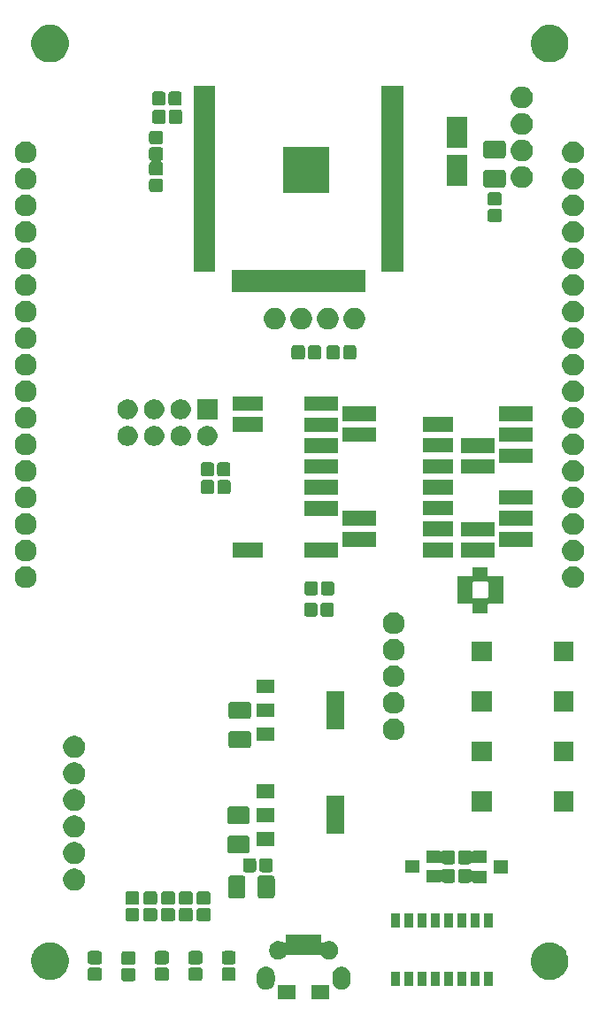
<source format=gbr>
G04 #@! TF.GenerationSoftware,KiCad,Pcbnew,6.0.0-rc1-unknown-ebb74fc~66~ubuntu18.04.1*
G04 #@! TF.CreationDate,2018-09-19T18:27:30+02:00*
G04 #@! TF.ProjectId,esp32-gateway,65737033322D676174657761792E6B69,v3*
G04 #@! TF.SameCoordinates,Original*
G04 #@! TF.FileFunction,Soldermask,Top*
G04 #@! TF.FilePolarity,Negative*
%FSLAX46Y46*%
G04 Gerber Fmt 4.6, Leading zero omitted, Abs format (unit mm)*
G04 Created by KiCad (PCBNEW 6.0.0-rc1-unknown-ebb74fc~66~ubuntu18.04.1) date Wed Sep 19 18:27:30 2018*
%MOMM*%
%LPD*%
G01*
G04 APERTURE LIST*
%ADD10C,0.100000*%
G04 APERTURE END LIST*
D10*
G36*
X145340000Y-160030000D02*
X143640000Y-160030000D01*
X143640000Y-158730000D01*
X145340000Y-158730000D01*
X145340000Y-160030000D01*
X145340000Y-160030000D01*
G37*
G36*
X142090000Y-160030000D02*
X140390000Y-160030000D01*
X140390000Y-158730000D01*
X142090000Y-158730000D01*
X142090000Y-160030000D01*
X142090000Y-160030000D01*
G37*
G36*
X146661529Y-156942661D02*
X146783550Y-156979676D01*
X146826471Y-156992696D01*
X146978472Y-157073942D01*
X146978473Y-157073943D01*
X146978475Y-157073944D01*
X147111712Y-157183288D01*
X147221056Y-157316524D01*
X147275222Y-157417863D01*
X147302305Y-157468531D01*
X147318983Y-157523511D01*
X147352339Y-157633470D01*
X147365000Y-157762021D01*
X147365000Y-158297978D01*
X147352339Y-158426530D01*
X147314814Y-158550233D01*
X147302305Y-158591469D01*
X147275222Y-158642137D01*
X147221056Y-158743476D01*
X147111712Y-158876712D01*
X146978476Y-158986056D01*
X146877137Y-159040222D01*
X146826469Y-159067305D01*
X146771489Y-159083983D01*
X146661530Y-159117339D01*
X146490000Y-159134233D01*
X146318471Y-159117339D01*
X146208512Y-159083983D01*
X146153532Y-159067305D01*
X146102864Y-159040222D01*
X146001525Y-158986056D01*
X145868289Y-158876712D01*
X145758944Y-158743476D01*
X145694376Y-158622676D01*
X145677695Y-158591469D01*
X145661017Y-158536489D01*
X145627661Y-158426530D01*
X145615000Y-158297979D01*
X145615000Y-157762022D01*
X145627661Y-157633471D01*
X145677695Y-157468533D01*
X145677696Y-157468529D01*
X145758942Y-157316528D01*
X145758943Y-157316527D01*
X145758944Y-157316525D01*
X145868288Y-157183288D01*
X146001524Y-157073944D01*
X146102863Y-157019778D01*
X146153531Y-156992695D01*
X146208511Y-156976017D01*
X146318470Y-156942661D01*
X146490000Y-156925767D01*
X146661529Y-156942661D01*
X146661529Y-156942661D01*
G37*
G36*
X139411529Y-156942661D02*
X139533550Y-156979676D01*
X139576471Y-156992696D01*
X139728472Y-157073942D01*
X139728473Y-157073943D01*
X139728475Y-157073944D01*
X139861712Y-157183288D01*
X139971056Y-157316524D01*
X140025222Y-157417863D01*
X140052305Y-157468531D01*
X140068983Y-157523511D01*
X140102339Y-157633470D01*
X140115000Y-157762021D01*
X140115000Y-158297978D01*
X140102339Y-158426530D01*
X140064814Y-158550233D01*
X140052305Y-158591469D01*
X140025222Y-158642137D01*
X139971056Y-158743476D01*
X139861712Y-158876712D01*
X139728476Y-158986056D01*
X139627137Y-159040222D01*
X139576469Y-159067305D01*
X139521489Y-159083983D01*
X139411530Y-159117339D01*
X139240000Y-159134233D01*
X139068471Y-159117339D01*
X138958512Y-159083983D01*
X138903532Y-159067305D01*
X138852864Y-159040222D01*
X138751525Y-158986056D01*
X138618289Y-158876712D01*
X138508944Y-158743476D01*
X138444376Y-158622676D01*
X138427695Y-158591469D01*
X138411017Y-158536489D01*
X138377661Y-158426530D01*
X138365000Y-158297979D01*
X138365000Y-157762022D01*
X138377661Y-157633471D01*
X138427695Y-157468533D01*
X138427696Y-157468529D01*
X138508942Y-157316528D01*
X138508943Y-157316527D01*
X138508944Y-157316525D01*
X138618288Y-157183288D01*
X138751524Y-157073944D01*
X138852863Y-157019778D01*
X138903531Y-156992695D01*
X138958511Y-156976017D01*
X139068470Y-156942661D01*
X139240000Y-156925767D01*
X139411529Y-156942661D01*
X139411529Y-156942661D01*
G37*
G36*
X153336320Y-158790120D02*
X152533680Y-158790120D01*
X152533680Y-157388040D01*
X153336320Y-157388040D01*
X153336320Y-158790120D01*
X153336320Y-158790120D01*
G37*
G36*
X154606320Y-158790120D02*
X153803680Y-158790120D01*
X153803680Y-157388040D01*
X154606320Y-157388040D01*
X154606320Y-158790120D01*
X154606320Y-158790120D01*
G37*
G36*
X160956320Y-158790120D02*
X160153680Y-158790120D01*
X160153680Y-157388040D01*
X160956320Y-157388040D01*
X160956320Y-158790120D01*
X160956320Y-158790120D01*
G37*
G36*
X159686320Y-158790120D02*
X158883680Y-158790120D01*
X158883680Y-157388040D01*
X159686320Y-157388040D01*
X159686320Y-158790120D01*
X159686320Y-158790120D01*
G37*
G36*
X158416320Y-158790120D02*
X157613680Y-158790120D01*
X157613680Y-157388040D01*
X158416320Y-157388040D01*
X158416320Y-158790120D01*
X158416320Y-158790120D01*
G37*
G36*
X157146320Y-158790120D02*
X156343680Y-158790120D01*
X156343680Y-157388040D01*
X157146320Y-157388040D01*
X157146320Y-158790120D01*
X157146320Y-158790120D01*
G37*
G36*
X155876320Y-158790120D02*
X155073680Y-158790120D01*
X155073680Y-157388040D01*
X155876320Y-157388040D01*
X155876320Y-158790120D01*
X155876320Y-158790120D01*
G37*
G36*
X152066320Y-158790120D02*
X151263680Y-158790120D01*
X151263680Y-157388040D01*
X152066320Y-157388040D01*
X152066320Y-158790120D01*
X152066320Y-158790120D01*
G37*
G36*
X126563122Y-157045517D02*
X126611085Y-157060066D01*
X126655275Y-157083686D01*
X126694018Y-157115482D01*
X126725814Y-157154225D01*
X126749434Y-157198415D01*
X126763983Y-157246378D01*
X126769500Y-157302391D01*
X126769500Y-158052609D01*
X126763983Y-158108622D01*
X126749434Y-158156585D01*
X126725814Y-158200775D01*
X126694018Y-158239518D01*
X126655275Y-158271314D01*
X126611085Y-158294934D01*
X126563122Y-158309483D01*
X126507109Y-158315000D01*
X125681891Y-158315000D01*
X125625878Y-158309483D01*
X125577915Y-158294934D01*
X125533725Y-158271314D01*
X125494982Y-158239518D01*
X125463186Y-158200775D01*
X125439566Y-158156585D01*
X125425017Y-158108622D01*
X125419500Y-158052609D01*
X125419500Y-157302391D01*
X125425017Y-157246378D01*
X125439566Y-157198415D01*
X125463186Y-157154225D01*
X125494982Y-157115482D01*
X125533725Y-157083686D01*
X125577915Y-157060066D01*
X125625878Y-157045517D01*
X125681891Y-157040000D01*
X126507109Y-157040000D01*
X126563122Y-157045517D01*
X126563122Y-157045517D01*
G37*
G36*
X136170622Y-157005517D02*
X136218585Y-157020066D01*
X136262775Y-157043686D01*
X136301518Y-157075482D01*
X136333314Y-157114225D01*
X136356934Y-157158415D01*
X136371483Y-157206378D01*
X136377000Y-157262391D01*
X136377000Y-158012609D01*
X136371483Y-158068622D01*
X136356934Y-158116585D01*
X136333314Y-158160775D01*
X136301518Y-158199518D01*
X136262775Y-158231314D01*
X136218585Y-158254934D01*
X136170622Y-158269483D01*
X136114609Y-158275000D01*
X135289391Y-158275000D01*
X135233378Y-158269483D01*
X135185415Y-158254934D01*
X135141225Y-158231314D01*
X135102482Y-158199518D01*
X135070686Y-158160775D01*
X135047066Y-158116585D01*
X135032517Y-158068622D01*
X135027000Y-158012609D01*
X135027000Y-157262391D01*
X135032517Y-157206378D01*
X135047066Y-157158415D01*
X135070686Y-157114225D01*
X135102482Y-157075482D01*
X135141225Y-157043686D01*
X135185415Y-157020066D01*
X135233378Y-157005517D01*
X135289391Y-157000000D01*
X136114609Y-157000000D01*
X136170622Y-157005517D01*
X136170622Y-157005517D01*
G37*
G36*
X132968122Y-157005517D02*
X133016085Y-157020066D01*
X133060275Y-157043686D01*
X133099018Y-157075482D01*
X133130814Y-157114225D01*
X133154434Y-157158415D01*
X133168983Y-157206378D01*
X133174500Y-157262391D01*
X133174500Y-158012609D01*
X133168983Y-158068622D01*
X133154434Y-158116585D01*
X133130814Y-158160775D01*
X133099018Y-158199518D01*
X133060275Y-158231314D01*
X133016085Y-158254934D01*
X132968122Y-158269483D01*
X132912109Y-158275000D01*
X132086891Y-158275000D01*
X132030878Y-158269483D01*
X131982915Y-158254934D01*
X131938725Y-158231314D01*
X131899982Y-158199518D01*
X131868186Y-158160775D01*
X131844566Y-158116585D01*
X131830017Y-158068622D01*
X131824500Y-158012609D01*
X131824500Y-157262391D01*
X131830017Y-157206378D01*
X131844566Y-157158415D01*
X131868186Y-157114225D01*
X131899982Y-157075482D01*
X131938725Y-157043686D01*
X131982915Y-157020066D01*
X132030878Y-157005517D01*
X132086891Y-157000000D01*
X132912109Y-157000000D01*
X132968122Y-157005517D01*
X132968122Y-157005517D01*
G37*
G36*
X129765622Y-157005517D02*
X129813585Y-157020066D01*
X129857775Y-157043686D01*
X129896518Y-157075482D01*
X129928314Y-157114225D01*
X129951934Y-157158415D01*
X129966483Y-157206378D01*
X129972000Y-157262391D01*
X129972000Y-158012609D01*
X129966483Y-158068622D01*
X129951934Y-158116585D01*
X129928314Y-158160775D01*
X129896518Y-158199518D01*
X129857775Y-158231314D01*
X129813585Y-158254934D01*
X129765622Y-158269483D01*
X129709609Y-158275000D01*
X128884391Y-158275000D01*
X128828378Y-158269483D01*
X128780415Y-158254934D01*
X128736225Y-158231314D01*
X128697482Y-158199518D01*
X128665686Y-158160775D01*
X128642066Y-158116585D01*
X128627517Y-158068622D01*
X128622000Y-158012609D01*
X128622000Y-157262391D01*
X128627517Y-157206378D01*
X128642066Y-157158415D01*
X128665686Y-157114225D01*
X128697482Y-157075482D01*
X128736225Y-157043686D01*
X128780415Y-157020066D01*
X128828378Y-157005517D01*
X128884391Y-157000000D01*
X129709609Y-157000000D01*
X129765622Y-157005517D01*
X129765622Y-157005517D01*
G37*
G36*
X123360622Y-157005517D02*
X123408585Y-157020066D01*
X123452775Y-157043686D01*
X123491518Y-157075482D01*
X123523314Y-157114225D01*
X123546934Y-157158415D01*
X123561483Y-157206378D01*
X123567000Y-157262391D01*
X123567000Y-158012609D01*
X123561483Y-158068622D01*
X123546934Y-158116585D01*
X123523314Y-158160775D01*
X123491518Y-158199518D01*
X123452775Y-158231314D01*
X123408585Y-158254934D01*
X123360622Y-158269483D01*
X123304609Y-158275000D01*
X122479391Y-158275000D01*
X122423378Y-158269483D01*
X122375415Y-158254934D01*
X122331225Y-158231314D01*
X122292482Y-158199518D01*
X122260686Y-158160775D01*
X122237066Y-158116585D01*
X122222517Y-158068622D01*
X122217000Y-158012609D01*
X122217000Y-157262391D01*
X122222517Y-157206378D01*
X122237066Y-157158415D01*
X122260686Y-157114225D01*
X122292482Y-157075482D01*
X122331225Y-157043686D01*
X122375415Y-157020066D01*
X122423378Y-157005517D01*
X122479391Y-157000000D01*
X123304609Y-157000000D01*
X123360622Y-157005517D01*
X123360622Y-157005517D01*
G37*
G36*
X119009122Y-154646115D02*
X119125041Y-154669173D01*
X119452620Y-154804861D01*
X119648183Y-154935532D01*
X119747436Y-155001851D01*
X119998149Y-155252564D01*
X119998151Y-155252567D01*
X120163803Y-155500482D01*
X120195140Y-155547382D01*
X120225952Y-155621770D01*
X120327370Y-155866612D01*
X120330827Y-155874960D01*
X120400000Y-156222714D01*
X120400000Y-156577286D01*
X120372460Y-156715737D01*
X120330827Y-156925041D01*
X120195139Y-157252620D01*
X120152439Y-157316525D01*
X119998149Y-157547436D01*
X119747436Y-157798149D01*
X119747433Y-157798151D01*
X119452620Y-157995139D01*
X119125041Y-158130827D01*
X119009122Y-158153885D01*
X118777286Y-158200000D01*
X118422714Y-158200000D01*
X118190878Y-158153885D01*
X118074959Y-158130827D01*
X117747380Y-157995139D01*
X117452567Y-157798151D01*
X117452564Y-157798149D01*
X117201851Y-157547436D01*
X117047561Y-157316525D01*
X117004861Y-157252620D01*
X116869173Y-156925041D01*
X116827540Y-156715737D01*
X116800000Y-156577286D01*
X116800000Y-156222714D01*
X116869173Y-155874960D01*
X116872631Y-155866612D01*
X116974048Y-155621770D01*
X117004860Y-155547382D01*
X117036198Y-155500482D01*
X117201849Y-155252567D01*
X117201851Y-155252564D01*
X117452564Y-155001851D01*
X117551817Y-154935532D01*
X117747380Y-154804861D01*
X118074959Y-154669173D01*
X118190878Y-154646115D01*
X118422714Y-154600000D01*
X118777286Y-154600000D01*
X119009122Y-154646115D01*
X119009122Y-154646115D01*
G37*
G36*
X166809122Y-154646115D02*
X166925041Y-154669173D01*
X167252620Y-154804861D01*
X167448183Y-154935532D01*
X167547436Y-155001851D01*
X167798149Y-155252564D01*
X167798151Y-155252567D01*
X167963803Y-155500482D01*
X167995140Y-155547382D01*
X168025952Y-155621770D01*
X168127370Y-155866612D01*
X168130827Y-155874960D01*
X168200000Y-156222714D01*
X168200000Y-156577286D01*
X168172460Y-156715737D01*
X168130827Y-156925041D01*
X167995139Y-157252620D01*
X167952439Y-157316525D01*
X167798149Y-157547436D01*
X167547436Y-157798149D01*
X167547433Y-157798151D01*
X167252620Y-157995139D01*
X166925041Y-158130827D01*
X166809122Y-158153885D01*
X166577286Y-158200000D01*
X166222714Y-158200000D01*
X165990878Y-158153885D01*
X165874959Y-158130827D01*
X165547380Y-157995139D01*
X165252567Y-157798151D01*
X165252564Y-157798149D01*
X165001851Y-157547436D01*
X164847561Y-157316525D01*
X164804861Y-157252620D01*
X164669173Y-156925041D01*
X164627540Y-156715737D01*
X164600000Y-156577286D01*
X164600000Y-156222714D01*
X164669173Y-155874960D01*
X164672631Y-155866612D01*
X164774048Y-155621770D01*
X164804860Y-155547382D01*
X164836198Y-155500482D01*
X165001849Y-155252567D01*
X165001851Y-155252564D01*
X165252564Y-155001851D01*
X165351817Y-154935532D01*
X165547380Y-154804861D01*
X165874959Y-154669173D01*
X165990878Y-154646115D01*
X166222714Y-154600000D01*
X166577286Y-154600000D01*
X166809122Y-154646115D01*
X166809122Y-154646115D01*
G37*
G36*
X126563122Y-155470517D02*
X126611085Y-155485066D01*
X126655275Y-155508686D01*
X126694018Y-155540482D01*
X126725814Y-155579225D01*
X126749434Y-155623415D01*
X126763983Y-155671378D01*
X126769500Y-155727391D01*
X126769500Y-156477609D01*
X126763983Y-156533622D01*
X126749434Y-156581585D01*
X126725814Y-156625775D01*
X126694018Y-156664518D01*
X126655275Y-156696314D01*
X126611085Y-156719934D01*
X126563122Y-156734483D01*
X126507109Y-156740000D01*
X125681891Y-156740000D01*
X125625878Y-156734483D01*
X125577915Y-156719934D01*
X125533725Y-156696314D01*
X125494982Y-156664518D01*
X125463186Y-156625775D01*
X125439566Y-156581585D01*
X125425017Y-156533622D01*
X125419500Y-156477609D01*
X125419500Y-155727391D01*
X125425017Y-155671378D01*
X125439566Y-155623415D01*
X125463186Y-155579225D01*
X125494982Y-155540482D01*
X125533725Y-155508686D01*
X125577915Y-155485066D01*
X125625878Y-155470517D01*
X125681891Y-155465000D01*
X126507109Y-155465000D01*
X126563122Y-155470517D01*
X126563122Y-155470517D01*
G37*
G36*
X123360622Y-155430517D02*
X123408585Y-155445066D01*
X123452775Y-155468686D01*
X123491518Y-155500482D01*
X123523314Y-155539225D01*
X123546934Y-155583415D01*
X123561483Y-155631378D01*
X123567000Y-155687391D01*
X123567000Y-156437609D01*
X123561483Y-156493622D01*
X123546934Y-156541585D01*
X123523314Y-156585775D01*
X123491518Y-156624518D01*
X123452775Y-156656314D01*
X123408585Y-156679934D01*
X123360622Y-156694483D01*
X123304609Y-156700000D01*
X122479391Y-156700000D01*
X122423378Y-156694483D01*
X122375415Y-156679934D01*
X122331225Y-156656314D01*
X122292482Y-156624518D01*
X122260686Y-156585775D01*
X122237066Y-156541585D01*
X122222517Y-156493622D01*
X122217000Y-156437609D01*
X122217000Y-155687391D01*
X122222517Y-155631378D01*
X122237066Y-155583415D01*
X122260686Y-155539225D01*
X122292482Y-155500482D01*
X122331225Y-155468686D01*
X122375415Y-155445066D01*
X122423378Y-155430517D01*
X122479391Y-155425000D01*
X123304609Y-155425000D01*
X123360622Y-155430517D01*
X123360622Y-155430517D01*
G37*
G36*
X136170622Y-155430517D02*
X136218585Y-155445066D01*
X136262775Y-155468686D01*
X136301518Y-155500482D01*
X136333314Y-155539225D01*
X136356934Y-155583415D01*
X136371483Y-155631378D01*
X136377000Y-155687391D01*
X136377000Y-156437609D01*
X136371483Y-156493622D01*
X136356934Y-156541585D01*
X136333314Y-156585775D01*
X136301518Y-156624518D01*
X136262775Y-156656314D01*
X136218585Y-156679934D01*
X136170622Y-156694483D01*
X136114609Y-156700000D01*
X135289391Y-156700000D01*
X135233378Y-156694483D01*
X135185415Y-156679934D01*
X135141225Y-156656314D01*
X135102482Y-156624518D01*
X135070686Y-156585775D01*
X135047066Y-156541585D01*
X135032517Y-156493622D01*
X135027000Y-156437609D01*
X135027000Y-155687391D01*
X135032517Y-155631378D01*
X135047066Y-155583415D01*
X135070686Y-155539225D01*
X135102482Y-155500482D01*
X135141225Y-155468686D01*
X135185415Y-155445066D01*
X135233378Y-155430517D01*
X135289391Y-155425000D01*
X136114609Y-155425000D01*
X136170622Y-155430517D01*
X136170622Y-155430517D01*
G37*
G36*
X129765622Y-155430517D02*
X129813585Y-155445066D01*
X129857775Y-155468686D01*
X129896518Y-155500482D01*
X129928314Y-155539225D01*
X129951934Y-155583415D01*
X129966483Y-155631378D01*
X129972000Y-155687391D01*
X129972000Y-156437609D01*
X129966483Y-156493622D01*
X129951934Y-156541585D01*
X129928314Y-156585775D01*
X129896518Y-156624518D01*
X129857775Y-156656314D01*
X129813585Y-156679934D01*
X129765622Y-156694483D01*
X129709609Y-156700000D01*
X128884391Y-156700000D01*
X128828378Y-156694483D01*
X128780415Y-156679934D01*
X128736225Y-156656314D01*
X128697482Y-156624518D01*
X128665686Y-156585775D01*
X128642066Y-156541585D01*
X128627517Y-156493622D01*
X128622000Y-156437609D01*
X128622000Y-155687391D01*
X128627517Y-155631378D01*
X128642066Y-155583415D01*
X128665686Y-155539225D01*
X128697482Y-155500482D01*
X128736225Y-155468686D01*
X128780415Y-155445066D01*
X128828378Y-155430517D01*
X128884391Y-155425000D01*
X129709609Y-155425000D01*
X129765622Y-155430517D01*
X129765622Y-155430517D01*
G37*
G36*
X132968122Y-155430517D02*
X133016085Y-155445066D01*
X133060275Y-155468686D01*
X133099018Y-155500482D01*
X133130814Y-155539225D01*
X133154434Y-155583415D01*
X133168983Y-155631378D01*
X133174500Y-155687391D01*
X133174500Y-156437609D01*
X133168983Y-156493622D01*
X133154434Y-156541585D01*
X133130814Y-156585775D01*
X133099018Y-156624518D01*
X133060275Y-156656314D01*
X133016085Y-156679934D01*
X132968122Y-156694483D01*
X132912109Y-156700000D01*
X132086891Y-156700000D01*
X132030878Y-156694483D01*
X131982915Y-156679934D01*
X131938725Y-156656314D01*
X131899982Y-156624518D01*
X131868186Y-156585775D01*
X131844566Y-156541585D01*
X131830017Y-156493622D01*
X131824500Y-156437609D01*
X131824500Y-155687391D01*
X131830017Y-155631378D01*
X131844566Y-155583415D01*
X131868186Y-155539225D01*
X131899982Y-155500482D01*
X131938725Y-155468686D01*
X131982915Y-155445066D01*
X132030878Y-155430517D01*
X132086891Y-155425000D01*
X132912109Y-155425000D01*
X132968122Y-155430517D01*
X132968122Y-155430517D01*
G37*
G36*
X144565000Y-154548217D02*
X144567402Y-154572603D01*
X144574515Y-154596052D01*
X144586066Y-154617663D01*
X144601612Y-154636605D01*
X144620554Y-154652151D01*
X144642165Y-154663702D01*
X144665614Y-154670815D01*
X144690000Y-154673217D01*
X144714386Y-154670815D01*
X144737835Y-154663702D01*
X144759446Y-154652151D01*
X144875533Y-154574584D01*
X145034772Y-154508625D01*
X145203819Y-154475000D01*
X145376181Y-154475000D01*
X145545228Y-154508625D01*
X145704467Y-154574584D01*
X145847783Y-154670345D01*
X145969655Y-154792217D01*
X146065416Y-154935533D01*
X146131375Y-155094772D01*
X146165000Y-155263819D01*
X146165000Y-155436181D01*
X146131375Y-155605228D01*
X146065416Y-155764467D01*
X145969655Y-155907783D01*
X145847783Y-156029655D01*
X145704467Y-156125416D01*
X145545228Y-156191375D01*
X145376181Y-156225000D01*
X145203819Y-156225000D01*
X145034772Y-156191375D01*
X144875533Y-156125416D01*
X144732217Y-156029655D01*
X144610345Y-155907783D01*
X144595492Y-155885554D01*
X144579947Y-155866612D01*
X144561004Y-155851066D01*
X144539394Y-155839515D01*
X144515945Y-155832402D01*
X144491558Y-155830000D01*
X141238442Y-155830000D01*
X141214056Y-155832402D01*
X141190607Y-155839515D01*
X141168996Y-155851066D01*
X141150054Y-155866612D01*
X141134508Y-155885554D01*
X141119655Y-155907783D01*
X140997783Y-156029655D01*
X140854467Y-156125416D01*
X140695228Y-156191375D01*
X140526181Y-156225000D01*
X140353819Y-156225000D01*
X140184772Y-156191375D01*
X140025533Y-156125416D01*
X139882217Y-156029655D01*
X139760345Y-155907783D01*
X139664584Y-155764467D01*
X139598625Y-155605228D01*
X139565000Y-155436181D01*
X139565000Y-155263819D01*
X139598625Y-155094772D01*
X139664584Y-154935533D01*
X139760345Y-154792217D01*
X139882217Y-154670345D01*
X140025533Y-154574584D01*
X140184772Y-154508625D01*
X140353819Y-154475000D01*
X140526181Y-154475000D01*
X140695228Y-154508625D01*
X140854467Y-154574584D01*
X140970554Y-154652151D01*
X140992164Y-154663702D01*
X141015613Y-154670815D01*
X141040000Y-154673217D01*
X141064386Y-154670815D01*
X141087835Y-154663702D01*
X141109446Y-154652151D01*
X141128388Y-154636606D01*
X141143934Y-154617663D01*
X141155485Y-154596053D01*
X141162598Y-154572604D01*
X141165000Y-154548217D01*
X141165000Y-153830000D01*
X144565000Y-153830000D01*
X144565000Y-154548217D01*
X144565000Y-154548217D01*
G37*
G36*
X160956320Y-153191960D02*
X160153680Y-153191960D01*
X160153680Y-151789880D01*
X160956320Y-151789880D01*
X160956320Y-153191960D01*
X160956320Y-153191960D01*
G37*
G36*
X158416320Y-153191960D02*
X157613680Y-153191960D01*
X157613680Y-151789880D01*
X158416320Y-151789880D01*
X158416320Y-153191960D01*
X158416320Y-153191960D01*
G37*
G36*
X157146320Y-153191960D02*
X156343680Y-153191960D01*
X156343680Y-151789880D01*
X157146320Y-151789880D01*
X157146320Y-153191960D01*
X157146320Y-153191960D01*
G37*
G36*
X155876320Y-153191960D02*
X155073680Y-153191960D01*
X155073680Y-151789880D01*
X155876320Y-151789880D01*
X155876320Y-153191960D01*
X155876320Y-153191960D01*
G37*
G36*
X154606320Y-153191960D02*
X153803680Y-153191960D01*
X153803680Y-151789880D01*
X154606320Y-151789880D01*
X154606320Y-153191960D01*
X154606320Y-153191960D01*
G37*
G36*
X153336320Y-153191960D02*
X152533680Y-153191960D01*
X152533680Y-151789880D01*
X153336320Y-151789880D01*
X153336320Y-153191960D01*
X153336320Y-153191960D01*
G37*
G36*
X152066320Y-153191960D02*
X151263680Y-153191960D01*
X151263680Y-151789880D01*
X152066320Y-151789880D01*
X152066320Y-153191960D01*
X152066320Y-153191960D01*
G37*
G36*
X159686320Y-153191960D02*
X158883680Y-153191960D01*
X158883680Y-151789880D01*
X159686320Y-151789880D01*
X159686320Y-153191960D01*
X159686320Y-153191960D01*
G37*
G36*
X132061122Y-151313517D02*
X132109085Y-151328066D01*
X132153275Y-151351686D01*
X132192018Y-151383482D01*
X132223814Y-151422225D01*
X132247434Y-151466415D01*
X132261983Y-151514378D01*
X132267500Y-151570391D01*
X132267500Y-152320609D01*
X132261983Y-152376622D01*
X132247434Y-152424585D01*
X132223814Y-152468775D01*
X132192018Y-152507518D01*
X132153275Y-152539314D01*
X132109085Y-152562934D01*
X132061122Y-152577483D01*
X132005109Y-152583000D01*
X131179891Y-152583000D01*
X131123878Y-152577483D01*
X131075915Y-152562934D01*
X131031725Y-152539314D01*
X130992982Y-152507518D01*
X130961186Y-152468775D01*
X130937566Y-152424585D01*
X130923017Y-152376622D01*
X130917500Y-152320609D01*
X130917500Y-151570391D01*
X130923017Y-151514378D01*
X130937566Y-151466415D01*
X130961186Y-151422225D01*
X130992982Y-151383482D01*
X131031725Y-151351686D01*
X131075915Y-151328066D01*
X131123878Y-151313517D01*
X131179891Y-151308000D01*
X132005109Y-151308000D01*
X132061122Y-151313517D01*
X132061122Y-151313517D01*
G37*
G36*
X126938622Y-151313517D02*
X126986585Y-151328066D01*
X127030775Y-151351686D01*
X127069518Y-151383482D01*
X127101314Y-151422225D01*
X127124934Y-151466415D01*
X127139483Y-151514378D01*
X127145000Y-151570391D01*
X127145000Y-152320609D01*
X127139483Y-152376622D01*
X127124934Y-152424585D01*
X127101314Y-152468775D01*
X127069518Y-152507518D01*
X127030775Y-152539314D01*
X126986585Y-152562934D01*
X126938622Y-152577483D01*
X126882609Y-152583000D01*
X126057391Y-152583000D01*
X126001378Y-152577483D01*
X125953415Y-152562934D01*
X125909225Y-152539314D01*
X125870482Y-152507518D01*
X125838686Y-152468775D01*
X125815066Y-152424585D01*
X125800517Y-152376622D01*
X125795000Y-152320609D01*
X125795000Y-151570391D01*
X125800517Y-151514378D01*
X125815066Y-151466415D01*
X125838686Y-151422225D01*
X125870482Y-151383482D01*
X125909225Y-151351686D01*
X125953415Y-151328066D01*
X126001378Y-151313517D01*
X126057391Y-151308000D01*
X126882609Y-151308000D01*
X126938622Y-151313517D01*
X126938622Y-151313517D01*
G37*
G36*
X133768622Y-151313517D02*
X133816585Y-151328066D01*
X133860775Y-151351686D01*
X133899518Y-151383482D01*
X133931314Y-151422225D01*
X133954934Y-151466415D01*
X133969483Y-151514378D01*
X133975000Y-151570391D01*
X133975000Y-152320609D01*
X133969483Y-152376622D01*
X133954934Y-152424585D01*
X133931314Y-152468775D01*
X133899518Y-152507518D01*
X133860775Y-152539314D01*
X133816585Y-152562934D01*
X133768622Y-152577483D01*
X133712609Y-152583000D01*
X132887391Y-152583000D01*
X132831378Y-152577483D01*
X132783415Y-152562934D01*
X132739225Y-152539314D01*
X132700482Y-152507518D01*
X132668686Y-152468775D01*
X132645066Y-152424585D01*
X132630517Y-152376622D01*
X132625000Y-152320609D01*
X132625000Y-151570391D01*
X132630517Y-151514378D01*
X132645066Y-151466415D01*
X132668686Y-151422225D01*
X132700482Y-151383482D01*
X132739225Y-151351686D01*
X132783415Y-151328066D01*
X132831378Y-151313517D01*
X132887391Y-151308000D01*
X133712609Y-151308000D01*
X133768622Y-151313517D01*
X133768622Y-151313517D01*
G37*
G36*
X128646122Y-151313517D02*
X128694085Y-151328066D01*
X128738275Y-151351686D01*
X128777018Y-151383482D01*
X128808814Y-151422225D01*
X128832434Y-151466415D01*
X128846983Y-151514378D01*
X128852500Y-151570391D01*
X128852500Y-152320609D01*
X128846983Y-152376622D01*
X128832434Y-152424585D01*
X128808814Y-152468775D01*
X128777018Y-152507518D01*
X128738275Y-152539314D01*
X128694085Y-152562934D01*
X128646122Y-152577483D01*
X128590109Y-152583000D01*
X127764891Y-152583000D01*
X127708878Y-152577483D01*
X127660915Y-152562934D01*
X127616725Y-152539314D01*
X127577982Y-152507518D01*
X127546186Y-152468775D01*
X127522566Y-152424585D01*
X127508017Y-152376622D01*
X127502500Y-152320609D01*
X127502500Y-151570391D01*
X127508017Y-151514378D01*
X127522566Y-151466415D01*
X127546186Y-151422225D01*
X127577982Y-151383482D01*
X127616725Y-151351686D01*
X127660915Y-151328066D01*
X127708878Y-151313517D01*
X127764891Y-151308000D01*
X128590109Y-151308000D01*
X128646122Y-151313517D01*
X128646122Y-151313517D01*
G37*
G36*
X130353622Y-151313517D02*
X130401585Y-151328066D01*
X130445775Y-151351686D01*
X130484518Y-151383482D01*
X130516314Y-151422225D01*
X130539934Y-151466415D01*
X130554483Y-151514378D01*
X130560000Y-151570391D01*
X130560000Y-152320609D01*
X130554483Y-152376622D01*
X130539934Y-152424585D01*
X130516314Y-152468775D01*
X130484518Y-152507518D01*
X130445775Y-152539314D01*
X130401585Y-152562934D01*
X130353622Y-152577483D01*
X130297609Y-152583000D01*
X129472391Y-152583000D01*
X129416378Y-152577483D01*
X129368415Y-152562934D01*
X129324225Y-152539314D01*
X129285482Y-152507518D01*
X129253686Y-152468775D01*
X129230066Y-152424585D01*
X129215517Y-152376622D01*
X129210000Y-152320609D01*
X129210000Y-151570391D01*
X129215517Y-151514378D01*
X129230066Y-151466415D01*
X129253686Y-151422225D01*
X129285482Y-151383482D01*
X129324225Y-151351686D01*
X129368415Y-151328066D01*
X129416378Y-151313517D01*
X129472391Y-151308000D01*
X130297609Y-151308000D01*
X130353622Y-151313517D01*
X130353622Y-151313517D01*
G37*
G36*
X132061122Y-149738517D02*
X132109085Y-149753066D01*
X132153275Y-149776686D01*
X132192018Y-149808482D01*
X132223814Y-149847225D01*
X132247434Y-149891415D01*
X132261983Y-149939378D01*
X132267500Y-149995391D01*
X132267500Y-150745609D01*
X132261983Y-150801622D01*
X132247434Y-150849585D01*
X132223814Y-150893775D01*
X132192018Y-150932518D01*
X132153275Y-150964314D01*
X132109085Y-150987934D01*
X132061122Y-151002483D01*
X132005109Y-151008000D01*
X131179891Y-151008000D01*
X131123878Y-151002483D01*
X131075915Y-150987934D01*
X131031725Y-150964314D01*
X130992982Y-150932518D01*
X130961186Y-150893775D01*
X130937566Y-150849585D01*
X130923017Y-150801622D01*
X130917500Y-150745609D01*
X130917500Y-149995391D01*
X130923017Y-149939378D01*
X130937566Y-149891415D01*
X130961186Y-149847225D01*
X130992982Y-149808482D01*
X131031725Y-149776686D01*
X131075915Y-149753066D01*
X131123878Y-149738517D01*
X131179891Y-149733000D01*
X132005109Y-149733000D01*
X132061122Y-149738517D01*
X132061122Y-149738517D01*
G37*
G36*
X130353622Y-149738517D02*
X130401585Y-149753066D01*
X130445775Y-149776686D01*
X130484518Y-149808482D01*
X130516314Y-149847225D01*
X130539934Y-149891415D01*
X130554483Y-149939378D01*
X130560000Y-149995391D01*
X130560000Y-150745609D01*
X130554483Y-150801622D01*
X130539934Y-150849585D01*
X130516314Y-150893775D01*
X130484518Y-150932518D01*
X130445775Y-150964314D01*
X130401585Y-150987934D01*
X130353622Y-151002483D01*
X130297609Y-151008000D01*
X129472391Y-151008000D01*
X129416378Y-151002483D01*
X129368415Y-150987934D01*
X129324225Y-150964314D01*
X129285482Y-150932518D01*
X129253686Y-150893775D01*
X129230066Y-150849585D01*
X129215517Y-150801622D01*
X129210000Y-150745609D01*
X129210000Y-149995391D01*
X129215517Y-149939378D01*
X129230066Y-149891415D01*
X129253686Y-149847225D01*
X129285482Y-149808482D01*
X129324225Y-149776686D01*
X129368415Y-149753066D01*
X129416378Y-149738517D01*
X129472391Y-149733000D01*
X130297609Y-149733000D01*
X130353622Y-149738517D01*
X130353622Y-149738517D01*
G37*
G36*
X128646122Y-149738517D02*
X128694085Y-149753066D01*
X128738275Y-149776686D01*
X128777018Y-149808482D01*
X128808814Y-149847225D01*
X128832434Y-149891415D01*
X128846983Y-149939378D01*
X128852500Y-149995391D01*
X128852500Y-150745609D01*
X128846983Y-150801622D01*
X128832434Y-150849585D01*
X128808814Y-150893775D01*
X128777018Y-150932518D01*
X128738275Y-150964314D01*
X128694085Y-150987934D01*
X128646122Y-151002483D01*
X128590109Y-151008000D01*
X127764891Y-151008000D01*
X127708878Y-151002483D01*
X127660915Y-150987934D01*
X127616725Y-150964314D01*
X127577982Y-150932518D01*
X127546186Y-150893775D01*
X127522566Y-150849585D01*
X127508017Y-150801622D01*
X127502500Y-150745609D01*
X127502500Y-149995391D01*
X127508017Y-149939378D01*
X127522566Y-149891415D01*
X127546186Y-149847225D01*
X127577982Y-149808482D01*
X127616725Y-149776686D01*
X127660915Y-149753066D01*
X127708878Y-149738517D01*
X127764891Y-149733000D01*
X128590109Y-149733000D01*
X128646122Y-149738517D01*
X128646122Y-149738517D01*
G37*
G36*
X126938622Y-149738517D02*
X126986585Y-149753066D01*
X127030775Y-149776686D01*
X127069518Y-149808482D01*
X127101314Y-149847225D01*
X127124934Y-149891415D01*
X127139483Y-149939378D01*
X127145000Y-149995391D01*
X127145000Y-150745609D01*
X127139483Y-150801622D01*
X127124934Y-150849585D01*
X127101314Y-150893775D01*
X127069518Y-150932518D01*
X127030775Y-150964314D01*
X126986585Y-150987934D01*
X126938622Y-151002483D01*
X126882609Y-151008000D01*
X126057391Y-151008000D01*
X126001378Y-151002483D01*
X125953415Y-150987934D01*
X125909225Y-150964314D01*
X125870482Y-150932518D01*
X125838686Y-150893775D01*
X125815066Y-150849585D01*
X125800517Y-150801622D01*
X125795000Y-150745609D01*
X125795000Y-149995391D01*
X125800517Y-149939378D01*
X125815066Y-149891415D01*
X125838686Y-149847225D01*
X125870482Y-149808482D01*
X125909225Y-149776686D01*
X125953415Y-149753066D01*
X126001378Y-149738517D01*
X126057391Y-149733000D01*
X126882609Y-149733000D01*
X126938622Y-149738517D01*
X126938622Y-149738517D01*
G37*
G36*
X133768622Y-149738517D02*
X133816585Y-149753066D01*
X133860775Y-149776686D01*
X133899518Y-149808482D01*
X133931314Y-149847225D01*
X133954934Y-149891415D01*
X133969483Y-149939378D01*
X133975000Y-149995391D01*
X133975000Y-150745609D01*
X133969483Y-150801622D01*
X133954934Y-150849585D01*
X133931314Y-150893775D01*
X133899518Y-150932518D01*
X133860775Y-150964314D01*
X133816585Y-150987934D01*
X133768622Y-151002483D01*
X133712609Y-151008000D01*
X132887391Y-151008000D01*
X132831378Y-151002483D01*
X132783415Y-150987934D01*
X132739225Y-150964314D01*
X132700482Y-150932518D01*
X132668686Y-150893775D01*
X132645066Y-150849585D01*
X132630517Y-150801622D01*
X132625000Y-150745609D01*
X132625000Y-149995391D01*
X132630517Y-149939378D01*
X132645066Y-149891415D01*
X132668686Y-149847225D01*
X132700482Y-149808482D01*
X132739225Y-149776686D01*
X132783415Y-149753066D01*
X132831378Y-149738517D01*
X132887391Y-149733000D01*
X133712609Y-149733000D01*
X133768622Y-149738517D01*
X133768622Y-149738517D01*
G37*
G36*
X137099628Y-148230493D02*
X137147354Y-148244970D01*
X137191336Y-148268479D01*
X137229885Y-148300115D01*
X137261521Y-148338664D01*
X137285030Y-148382646D01*
X137299507Y-148430372D01*
X137305000Y-148486141D01*
X137305000Y-150113859D01*
X137299507Y-150169628D01*
X137285030Y-150217354D01*
X137261521Y-150261336D01*
X137229885Y-150299885D01*
X137191336Y-150331521D01*
X137147354Y-150355030D01*
X137099628Y-150369507D01*
X137043859Y-150375000D01*
X135916141Y-150375000D01*
X135860372Y-150369507D01*
X135812646Y-150355030D01*
X135768664Y-150331521D01*
X135730115Y-150299885D01*
X135698479Y-150261336D01*
X135674970Y-150217354D01*
X135660493Y-150169628D01*
X135655000Y-150113859D01*
X135655000Y-148486141D01*
X135660493Y-148430372D01*
X135674970Y-148382646D01*
X135698479Y-148338664D01*
X135730115Y-148300115D01*
X135768664Y-148268479D01*
X135812646Y-148244970D01*
X135860372Y-148230493D01*
X135916141Y-148225000D01*
X137043859Y-148225000D01*
X137099628Y-148230493D01*
X137099628Y-148230493D01*
G37*
G36*
X139899628Y-148230493D02*
X139947354Y-148244970D01*
X139991336Y-148268479D01*
X140029885Y-148300115D01*
X140061521Y-148338664D01*
X140085030Y-148382646D01*
X140099507Y-148430372D01*
X140105000Y-148486141D01*
X140105000Y-150113859D01*
X140099507Y-150169628D01*
X140085030Y-150217354D01*
X140061521Y-150261336D01*
X140029885Y-150299885D01*
X139991336Y-150331521D01*
X139947354Y-150355030D01*
X139899628Y-150369507D01*
X139843859Y-150375000D01*
X138716141Y-150375000D01*
X138660372Y-150369507D01*
X138612646Y-150355030D01*
X138568664Y-150331521D01*
X138530115Y-150299885D01*
X138498479Y-150261336D01*
X138474970Y-150217354D01*
X138460493Y-150169628D01*
X138455000Y-150113859D01*
X138455000Y-148486141D01*
X138460493Y-148430372D01*
X138474970Y-148382646D01*
X138498479Y-148338664D01*
X138530115Y-148300115D01*
X138568664Y-148268479D01*
X138612646Y-148244970D01*
X138660372Y-148230493D01*
X138716141Y-148225000D01*
X139843859Y-148225000D01*
X139899628Y-148230493D01*
X139899628Y-148230493D01*
G37*
G36*
X121207765Y-147588620D02*
X121397289Y-147667123D01*
X121567855Y-147781092D01*
X121712908Y-147926145D01*
X121826877Y-148096711D01*
X121905380Y-148286235D01*
X121945400Y-148487430D01*
X121945400Y-148692570D01*
X121905380Y-148893765D01*
X121826877Y-149083289D01*
X121712908Y-149253855D01*
X121567855Y-149398908D01*
X121397289Y-149512877D01*
X121207765Y-149591380D01*
X121006570Y-149631400D01*
X120801430Y-149631400D01*
X120600235Y-149591380D01*
X120410711Y-149512877D01*
X120240145Y-149398908D01*
X120095092Y-149253855D01*
X119981123Y-149083289D01*
X119902620Y-148893765D01*
X119862600Y-148692570D01*
X119862600Y-148487430D01*
X119902620Y-148286235D01*
X119981123Y-148096711D01*
X120095092Y-147926145D01*
X120240145Y-147781092D01*
X120410711Y-147667123D01*
X120600235Y-147588620D01*
X120801430Y-147548600D01*
X121006570Y-147548600D01*
X121207765Y-147588620D01*
X121207765Y-147588620D01*
G37*
G36*
X158723982Y-147568490D02*
X158771945Y-147583039D01*
X158816135Y-147606659D01*
X158854878Y-147638455D01*
X158892502Y-147684300D01*
X158909829Y-147701627D01*
X158930204Y-147715240D01*
X158952843Y-147724618D01*
X158989128Y-147730000D01*
X160390000Y-147730000D01*
X160390000Y-148930000D01*
X159090000Y-148930000D01*
X159090000Y-148900346D01*
X159087598Y-148875960D01*
X159080485Y-148852511D01*
X159068934Y-148830900D01*
X159053388Y-148811958D01*
X159034446Y-148796412D01*
X159012835Y-148784861D01*
X158989386Y-148777748D01*
X158965000Y-148775346D01*
X158940614Y-148777748D01*
X158917165Y-148784861D01*
X158895554Y-148796412D01*
X158868374Y-148821046D01*
X158854878Y-148837491D01*
X158816135Y-148869287D01*
X158771945Y-148892907D01*
X158723982Y-148907456D01*
X158667969Y-148912973D01*
X157917751Y-148912973D01*
X157861738Y-148907456D01*
X157813775Y-148892907D01*
X157769585Y-148869287D01*
X157730842Y-148837491D01*
X157699046Y-148798748D01*
X157675426Y-148754558D01*
X157660877Y-148706595D01*
X157655360Y-148650582D01*
X157655360Y-147825364D01*
X157660877Y-147769351D01*
X157675426Y-147721388D01*
X157699046Y-147677198D01*
X157730842Y-147638455D01*
X157769585Y-147606659D01*
X157813775Y-147583039D01*
X157861738Y-147568490D01*
X157917751Y-147562973D01*
X158667969Y-147562973D01*
X158723982Y-147568490D01*
X158723982Y-147568490D01*
G37*
G36*
X157148982Y-147568490D02*
X157196945Y-147583039D01*
X157241135Y-147606659D01*
X157279878Y-147638455D01*
X157311674Y-147677198D01*
X157335294Y-147721388D01*
X157349843Y-147769351D01*
X157355360Y-147825364D01*
X157355360Y-148650582D01*
X157349843Y-148706595D01*
X157335294Y-148754558D01*
X157311674Y-148798748D01*
X157279878Y-148837491D01*
X157241135Y-148869287D01*
X157196945Y-148892907D01*
X157148982Y-148907456D01*
X157092969Y-148912973D01*
X156342751Y-148912973D01*
X156286738Y-148907456D01*
X156238775Y-148892907D01*
X156194585Y-148869287D01*
X156155842Y-148837491D01*
X156131626Y-148807984D01*
X156114298Y-148790657D01*
X156093923Y-148777043D01*
X156071284Y-148767666D01*
X156047251Y-148762886D01*
X156022747Y-148762886D01*
X155998713Y-148767667D01*
X155976074Y-148777044D01*
X155955700Y-148790658D01*
X155938373Y-148807986D01*
X155924759Y-148828361D01*
X155915382Y-148851000D01*
X155910000Y-148887284D01*
X155910000Y-148890000D01*
X154610000Y-148890000D01*
X154610000Y-147690000D01*
X155962391Y-147690000D01*
X155965554Y-147692596D01*
X155987165Y-147704147D01*
X156010614Y-147711260D01*
X156035000Y-147713662D01*
X156059386Y-147711260D01*
X156082835Y-147704147D01*
X156104446Y-147692596D01*
X156131626Y-147667962D01*
X156155842Y-147638455D01*
X156194585Y-147606659D01*
X156238775Y-147583039D01*
X156286738Y-147568490D01*
X156342751Y-147562973D01*
X157092969Y-147562973D01*
X157148982Y-147568490D01*
X157148982Y-147568490D01*
G37*
G36*
X162390000Y-147980000D02*
X161090000Y-147980000D01*
X161090000Y-146780000D01*
X162390000Y-146780000D01*
X162390000Y-147980000D01*
X162390000Y-147980000D01*
G37*
G36*
X153910000Y-147940000D02*
X152610000Y-147940000D01*
X152610000Y-146740000D01*
X153910000Y-146740000D01*
X153910000Y-147940000D01*
X153910000Y-147940000D01*
G37*
G36*
X138123622Y-146550517D02*
X138171585Y-146565066D01*
X138215775Y-146588686D01*
X138254518Y-146620482D01*
X138286314Y-146659225D01*
X138309934Y-146703415D01*
X138324483Y-146751378D01*
X138330000Y-146807391D01*
X138330000Y-147632609D01*
X138324483Y-147688622D01*
X138309934Y-147736585D01*
X138286314Y-147780775D01*
X138254518Y-147819518D01*
X138215775Y-147851314D01*
X138171585Y-147874934D01*
X138123622Y-147889483D01*
X138067609Y-147895000D01*
X137317391Y-147895000D01*
X137261378Y-147889483D01*
X137213415Y-147874934D01*
X137169225Y-147851314D01*
X137130482Y-147819518D01*
X137098686Y-147780775D01*
X137075066Y-147736585D01*
X137060517Y-147688622D01*
X137055000Y-147632609D01*
X137055000Y-146807391D01*
X137060517Y-146751378D01*
X137075066Y-146703415D01*
X137098686Y-146659225D01*
X137130482Y-146620482D01*
X137169225Y-146588686D01*
X137213415Y-146565066D01*
X137261378Y-146550517D01*
X137317391Y-146545000D01*
X138067609Y-146545000D01*
X138123622Y-146550517D01*
X138123622Y-146550517D01*
G37*
G36*
X139698622Y-146550517D02*
X139746585Y-146565066D01*
X139790775Y-146588686D01*
X139829518Y-146620482D01*
X139861314Y-146659225D01*
X139884934Y-146703415D01*
X139899483Y-146751378D01*
X139905000Y-146807391D01*
X139905000Y-147632609D01*
X139899483Y-147688622D01*
X139884934Y-147736585D01*
X139861314Y-147780775D01*
X139829518Y-147819518D01*
X139790775Y-147851314D01*
X139746585Y-147874934D01*
X139698622Y-147889483D01*
X139642609Y-147895000D01*
X138892391Y-147895000D01*
X138836378Y-147889483D01*
X138788415Y-147874934D01*
X138744225Y-147851314D01*
X138705482Y-147819518D01*
X138673686Y-147780775D01*
X138650066Y-147736585D01*
X138635517Y-147688622D01*
X138630000Y-147632609D01*
X138630000Y-146807391D01*
X138635517Y-146751378D01*
X138650066Y-146703415D01*
X138673686Y-146659225D01*
X138705482Y-146620482D01*
X138744225Y-146588686D01*
X138788415Y-146565066D01*
X138836378Y-146550517D01*
X138892391Y-146545000D01*
X139642609Y-146545000D01*
X139698622Y-146550517D01*
X139698622Y-146550517D01*
G37*
G36*
X157148982Y-145790490D02*
X157196945Y-145805039D01*
X157241135Y-145828659D01*
X157279878Y-145860455D01*
X157311674Y-145899198D01*
X157335294Y-145943388D01*
X157349843Y-145991351D01*
X157355360Y-146047364D01*
X157355360Y-146872582D01*
X157349843Y-146928595D01*
X157335294Y-146976558D01*
X157311674Y-147020748D01*
X157279878Y-147059491D01*
X157241135Y-147091287D01*
X157196945Y-147114907D01*
X157148982Y-147129456D01*
X157092969Y-147134973D01*
X156342751Y-147134973D01*
X156286738Y-147129456D01*
X156238775Y-147114907D01*
X156194585Y-147091287D01*
X156155842Y-147059491D01*
X156131626Y-147029984D01*
X156114298Y-147012657D01*
X156093923Y-146999043D01*
X156071284Y-146989666D01*
X156047251Y-146984886D01*
X156022747Y-146984886D01*
X155998713Y-146989667D01*
X155997909Y-146990000D01*
X154610000Y-146990000D01*
X154610000Y-145790000D01*
X155910000Y-145790000D01*
X155910000Y-145810662D01*
X155912402Y-145835048D01*
X155919515Y-145858497D01*
X155931066Y-145880108D01*
X155946612Y-145899050D01*
X155965554Y-145914596D01*
X155987165Y-145926147D01*
X156010614Y-145933260D01*
X156035000Y-145935662D01*
X156059386Y-145933260D01*
X156082835Y-145926147D01*
X156104446Y-145914596D01*
X156131626Y-145889962D01*
X156155842Y-145860455D01*
X156194585Y-145828659D01*
X156238775Y-145805039D01*
X156286738Y-145790490D01*
X156342751Y-145784973D01*
X157092969Y-145784973D01*
X157148982Y-145790490D01*
X157148982Y-145790490D01*
G37*
G36*
X158723982Y-145790490D02*
X158771945Y-145805039D01*
X158816135Y-145828659D01*
X158854878Y-145860455D01*
X158868374Y-145876900D01*
X158885702Y-145894227D01*
X158906076Y-145907841D01*
X158928715Y-145917218D01*
X158952749Y-145921998D01*
X158977253Y-145921998D01*
X159001287Y-145917217D01*
X159023926Y-145907840D01*
X159044300Y-145894226D01*
X159061627Y-145876898D01*
X159075241Y-145856524D01*
X159084618Y-145833885D01*
X159085194Y-145830000D01*
X160390000Y-145830000D01*
X160390000Y-147030000D01*
X159048565Y-147030000D01*
X159034446Y-147018412D01*
X159012835Y-147006861D01*
X158989386Y-146999748D01*
X158965000Y-146997346D01*
X158940614Y-146999748D01*
X158917165Y-147006861D01*
X158895554Y-147018412D01*
X158868374Y-147043046D01*
X158854878Y-147059491D01*
X158816135Y-147091287D01*
X158771945Y-147114907D01*
X158723982Y-147129456D01*
X158667969Y-147134973D01*
X157917751Y-147134973D01*
X157861738Y-147129456D01*
X157813775Y-147114907D01*
X157769585Y-147091287D01*
X157730842Y-147059491D01*
X157699046Y-147020748D01*
X157675426Y-146976558D01*
X157660877Y-146928595D01*
X157655360Y-146872582D01*
X157655360Y-146047364D01*
X157660877Y-145991351D01*
X157675426Y-145943388D01*
X157699046Y-145899198D01*
X157730842Y-145860455D01*
X157769585Y-145828659D01*
X157813775Y-145805039D01*
X157861738Y-145790490D01*
X157917751Y-145784973D01*
X158667969Y-145784973D01*
X158723982Y-145790490D01*
X158723982Y-145790490D01*
G37*
G36*
X121207765Y-145048620D02*
X121397289Y-145127123D01*
X121567855Y-145241092D01*
X121712908Y-145386145D01*
X121826877Y-145556711D01*
X121905380Y-145746235D01*
X121945400Y-145947430D01*
X121945400Y-146152570D01*
X121905380Y-146353765D01*
X121826877Y-146543289D01*
X121712908Y-146713855D01*
X121567855Y-146858908D01*
X121397289Y-146972877D01*
X121207765Y-147051380D01*
X121006570Y-147091400D01*
X120801430Y-147091400D01*
X120600235Y-147051380D01*
X120410711Y-146972877D01*
X120240145Y-146858908D01*
X120095092Y-146713855D01*
X119981123Y-146543289D01*
X119902620Y-146353765D01*
X119862600Y-146152570D01*
X119862600Y-145947430D01*
X119902620Y-145746235D01*
X119981123Y-145556711D01*
X120095092Y-145386145D01*
X120240145Y-145241092D01*
X120410711Y-145127123D01*
X120600235Y-145048620D01*
X120801430Y-145008600D01*
X121006570Y-145008600D01*
X121207765Y-145048620D01*
X121207765Y-145048620D01*
G37*
G36*
X137509628Y-144420493D02*
X137557354Y-144434970D01*
X137601336Y-144458479D01*
X137639885Y-144490115D01*
X137671521Y-144528664D01*
X137695030Y-144572646D01*
X137709507Y-144620372D01*
X137715000Y-144676141D01*
X137715000Y-145803859D01*
X137709507Y-145859628D01*
X137695030Y-145907354D01*
X137671521Y-145951336D01*
X137639885Y-145989885D01*
X137601336Y-146021521D01*
X137557354Y-146045030D01*
X137509628Y-146059507D01*
X137453859Y-146065000D01*
X135826141Y-146065000D01*
X135770372Y-146059507D01*
X135722646Y-146045030D01*
X135678664Y-146021521D01*
X135640115Y-145989885D01*
X135608479Y-145951336D01*
X135584970Y-145907354D01*
X135570493Y-145859628D01*
X135565000Y-145803859D01*
X135565000Y-144676141D01*
X135570493Y-144620372D01*
X135584970Y-144572646D01*
X135608479Y-144528664D01*
X135640115Y-144490115D01*
X135678664Y-144458479D01*
X135722646Y-144434970D01*
X135770372Y-144420493D01*
X135826141Y-144415000D01*
X137453859Y-144415000D01*
X137509628Y-144420493D01*
X137509628Y-144420493D01*
G37*
G36*
X140060000Y-145385000D02*
X138350000Y-145385000D01*
X138350000Y-144055000D01*
X140060000Y-144055000D01*
X140060000Y-145385000D01*
X140060000Y-145385000D01*
G37*
G36*
X121207765Y-142508620D02*
X121397289Y-142587123D01*
X121567855Y-142701092D01*
X121712908Y-142846145D01*
X121826877Y-143016711D01*
X121905380Y-143206235D01*
X121945400Y-143407430D01*
X121945400Y-143612570D01*
X121905380Y-143813765D01*
X121826877Y-144003289D01*
X121712908Y-144173855D01*
X121567855Y-144318908D01*
X121397289Y-144432877D01*
X121207765Y-144511380D01*
X121006570Y-144551400D01*
X120801430Y-144551400D01*
X120600235Y-144511380D01*
X120410711Y-144432877D01*
X120240145Y-144318908D01*
X120095092Y-144173855D01*
X119981123Y-144003289D01*
X119902620Y-143813765D01*
X119862600Y-143612570D01*
X119862600Y-143407430D01*
X119902620Y-143206235D01*
X119981123Y-143016711D01*
X120095092Y-142846145D01*
X120240145Y-142701092D01*
X120410711Y-142587123D01*
X120600235Y-142508620D01*
X120801430Y-142468600D01*
X121006570Y-142468600D01*
X121207765Y-142508620D01*
X121207765Y-142508620D01*
G37*
G36*
X146750000Y-144250000D02*
X145040000Y-144250000D01*
X145040000Y-140610000D01*
X146750000Y-140610000D01*
X146750000Y-144250000D01*
X146750000Y-144250000D01*
G37*
G36*
X137509628Y-141620493D02*
X137557354Y-141634970D01*
X137601336Y-141658479D01*
X137639885Y-141690115D01*
X137671521Y-141728664D01*
X137695030Y-141772646D01*
X137709507Y-141820372D01*
X137715000Y-141876141D01*
X137715000Y-143003859D01*
X137709507Y-143059628D01*
X137695030Y-143107354D01*
X137671521Y-143151336D01*
X137639885Y-143189885D01*
X137601336Y-143221521D01*
X137557354Y-143245030D01*
X137509628Y-143259507D01*
X137453859Y-143265000D01*
X135826141Y-143265000D01*
X135770372Y-143259507D01*
X135722646Y-143245030D01*
X135678664Y-143221521D01*
X135640115Y-143189885D01*
X135608479Y-143151336D01*
X135584970Y-143107354D01*
X135570493Y-143059628D01*
X135565000Y-143003859D01*
X135565000Y-141876141D01*
X135570493Y-141820372D01*
X135584970Y-141772646D01*
X135608479Y-141728664D01*
X135640115Y-141690115D01*
X135678664Y-141658479D01*
X135722646Y-141634970D01*
X135770372Y-141620493D01*
X135826141Y-141615000D01*
X137453859Y-141615000D01*
X137509628Y-141620493D01*
X137509628Y-141620493D01*
G37*
G36*
X140060000Y-143095000D02*
X138350000Y-143095000D01*
X138350000Y-141765000D01*
X140060000Y-141765000D01*
X140060000Y-143095000D01*
X140060000Y-143095000D01*
G37*
G36*
X160880000Y-142070000D02*
X158980000Y-142070000D01*
X158980000Y-140170000D01*
X160880000Y-140170000D01*
X160880000Y-142070000D01*
X160880000Y-142070000D01*
G37*
G36*
X168680000Y-142070000D02*
X166780000Y-142070000D01*
X166780000Y-140170000D01*
X168680000Y-140170000D01*
X168680000Y-142070000D01*
X168680000Y-142070000D01*
G37*
G36*
X121207765Y-139968620D02*
X121397289Y-140047123D01*
X121567855Y-140161092D01*
X121712908Y-140306145D01*
X121826877Y-140476711D01*
X121905380Y-140666235D01*
X121945400Y-140867430D01*
X121945400Y-141072570D01*
X121905380Y-141273765D01*
X121826877Y-141463289D01*
X121712908Y-141633855D01*
X121567855Y-141778908D01*
X121397289Y-141892877D01*
X121207765Y-141971380D01*
X121006570Y-142011400D01*
X120801430Y-142011400D01*
X120600235Y-141971380D01*
X120410711Y-141892877D01*
X120240145Y-141778908D01*
X120095092Y-141633855D01*
X119981123Y-141463289D01*
X119902620Y-141273765D01*
X119862600Y-141072570D01*
X119862600Y-140867430D01*
X119902620Y-140666235D01*
X119981123Y-140476711D01*
X120095092Y-140306145D01*
X120240145Y-140161092D01*
X120410711Y-140047123D01*
X120600235Y-139968620D01*
X120801430Y-139928600D01*
X121006570Y-139928600D01*
X121207765Y-139968620D01*
X121207765Y-139968620D01*
G37*
G36*
X140060000Y-140805000D02*
X138350000Y-140805000D01*
X138350000Y-139475000D01*
X140060000Y-139475000D01*
X140060000Y-140805000D01*
X140060000Y-140805000D01*
G37*
G36*
X121207765Y-137428620D02*
X121397289Y-137507123D01*
X121567855Y-137621092D01*
X121712908Y-137766145D01*
X121826877Y-137936711D01*
X121905380Y-138126235D01*
X121945400Y-138327430D01*
X121945400Y-138532570D01*
X121905380Y-138733765D01*
X121826877Y-138923289D01*
X121712908Y-139093855D01*
X121567855Y-139238908D01*
X121397289Y-139352877D01*
X121207765Y-139431380D01*
X121006570Y-139471400D01*
X120801430Y-139471400D01*
X120600235Y-139431380D01*
X120410711Y-139352877D01*
X120240145Y-139238908D01*
X120095092Y-139093855D01*
X119981123Y-138923289D01*
X119902620Y-138733765D01*
X119862600Y-138532570D01*
X119862600Y-138327430D01*
X119902620Y-138126235D01*
X119981123Y-137936711D01*
X120095092Y-137766145D01*
X120240145Y-137621092D01*
X120410711Y-137507123D01*
X120600235Y-137428620D01*
X120801430Y-137388600D01*
X121006570Y-137388600D01*
X121207765Y-137428620D01*
X121207765Y-137428620D01*
G37*
G36*
X168680000Y-137293332D02*
X166780000Y-137293332D01*
X166780000Y-135393332D01*
X168680000Y-135393332D01*
X168680000Y-137293332D01*
X168680000Y-137293332D01*
G37*
G36*
X160880000Y-137293332D02*
X158980000Y-137293332D01*
X158980000Y-135393332D01*
X160880000Y-135393332D01*
X160880000Y-137293332D01*
X160880000Y-137293332D01*
G37*
G36*
X121207765Y-134888620D02*
X121397289Y-134967123D01*
X121567855Y-135081092D01*
X121712908Y-135226145D01*
X121826877Y-135396711D01*
X121905380Y-135586235D01*
X121945400Y-135787430D01*
X121945400Y-135992570D01*
X121905380Y-136193765D01*
X121826877Y-136383289D01*
X121712908Y-136553855D01*
X121567855Y-136698908D01*
X121397289Y-136812877D01*
X121207765Y-136891380D01*
X121006570Y-136931400D01*
X120801430Y-136931400D01*
X120600235Y-136891380D01*
X120410711Y-136812877D01*
X120240145Y-136698908D01*
X120095092Y-136553855D01*
X119981123Y-136383289D01*
X119902620Y-136193765D01*
X119862600Y-135992570D01*
X119862600Y-135787430D01*
X119902620Y-135586235D01*
X119981123Y-135396711D01*
X120095092Y-135226145D01*
X120240145Y-135081092D01*
X120410711Y-134967123D01*
X120600235Y-134888620D01*
X120801430Y-134848600D01*
X121006570Y-134848600D01*
X121207765Y-134888620D01*
X121207765Y-134888620D01*
G37*
G36*
X137629628Y-134380493D02*
X137677354Y-134394970D01*
X137721336Y-134418479D01*
X137759885Y-134450115D01*
X137791521Y-134488664D01*
X137815030Y-134532646D01*
X137829507Y-134580372D01*
X137835000Y-134636141D01*
X137835000Y-135763859D01*
X137829507Y-135819628D01*
X137815030Y-135867354D01*
X137791521Y-135911336D01*
X137759885Y-135949885D01*
X137721336Y-135981521D01*
X137677354Y-136005030D01*
X137629628Y-136019507D01*
X137573859Y-136025000D01*
X135946141Y-136025000D01*
X135890372Y-136019507D01*
X135842646Y-136005030D01*
X135798664Y-135981521D01*
X135760115Y-135949885D01*
X135728479Y-135911336D01*
X135704970Y-135867354D01*
X135690493Y-135819628D01*
X135685000Y-135763859D01*
X135685000Y-134636141D01*
X135690493Y-134580372D01*
X135704970Y-134532646D01*
X135728479Y-134488664D01*
X135760115Y-134450115D01*
X135798664Y-134418479D01*
X135842646Y-134394970D01*
X135890372Y-134380493D01*
X135946141Y-134375000D01*
X137573859Y-134375000D01*
X137629628Y-134380493D01*
X137629628Y-134380493D01*
G37*
G36*
X140060000Y-135355000D02*
X138350000Y-135355000D01*
X138350000Y-134025000D01*
X140060000Y-134025000D01*
X140060000Y-135355000D01*
X140060000Y-135355000D01*
G37*
G36*
X151793765Y-133228620D02*
X151983289Y-133307123D01*
X152153855Y-133421092D01*
X152298908Y-133566145D01*
X152412877Y-133736711D01*
X152491380Y-133926235D01*
X152531400Y-134127430D01*
X152531400Y-134332570D01*
X152491380Y-134533765D01*
X152412877Y-134723289D01*
X152298908Y-134893855D01*
X152153855Y-135038908D01*
X151983289Y-135152877D01*
X151793765Y-135231380D01*
X151592570Y-135271400D01*
X151387430Y-135271400D01*
X151186235Y-135231380D01*
X150996711Y-135152877D01*
X150826145Y-135038908D01*
X150681092Y-134893855D01*
X150567123Y-134723289D01*
X150488620Y-134533765D01*
X150448600Y-134332570D01*
X150448600Y-134127430D01*
X150488620Y-133926235D01*
X150567123Y-133736711D01*
X150681092Y-133566145D01*
X150826145Y-133421092D01*
X150996711Y-133307123D01*
X151186235Y-133228620D01*
X151387430Y-133188600D01*
X151592570Y-133188600D01*
X151793765Y-133228620D01*
X151793765Y-133228620D01*
G37*
G36*
X146750000Y-134220000D02*
X145040000Y-134220000D01*
X145040000Y-130580000D01*
X146750000Y-130580000D01*
X146750000Y-134220000D01*
X146750000Y-134220000D01*
G37*
G36*
X137629628Y-131580493D02*
X137677354Y-131594970D01*
X137721336Y-131618479D01*
X137759885Y-131650115D01*
X137791521Y-131688664D01*
X137815030Y-131732646D01*
X137829507Y-131780372D01*
X137835000Y-131836141D01*
X137835000Y-132963859D01*
X137829507Y-133019628D01*
X137815030Y-133067354D01*
X137791521Y-133111336D01*
X137759885Y-133149885D01*
X137721336Y-133181521D01*
X137677354Y-133205030D01*
X137629628Y-133219507D01*
X137573859Y-133225000D01*
X135946141Y-133225000D01*
X135890372Y-133219507D01*
X135842646Y-133205030D01*
X135798664Y-133181521D01*
X135760115Y-133149885D01*
X135728479Y-133111336D01*
X135704970Y-133067354D01*
X135690493Y-133019628D01*
X135685000Y-132963859D01*
X135685000Y-131836141D01*
X135690493Y-131780372D01*
X135704970Y-131732646D01*
X135728479Y-131688664D01*
X135760115Y-131650115D01*
X135798664Y-131618479D01*
X135842646Y-131594970D01*
X135890372Y-131580493D01*
X135946141Y-131575000D01*
X137573859Y-131575000D01*
X137629628Y-131580493D01*
X137629628Y-131580493D01*
G37*
G36*
X140060000Y-133065000D02*
X138350000Y-133065000D01*
X138350000Y-131735000D01*
X140060000Y-131735000D01*
X140060000Y-133065000D01*
X140060000Y-133065000D01*
G37*
G36*
X151793765Y-130688620D02*
X151983289Y-130767123D01*
X152153855Y-130881092D01*
X152298908Y-131026145D01*
X152412877Y-131196711D01*
X152491380Y-131386235D01*
X152531400Y-131587430D01*
X152531400Y-131792570D01*
X152491380Y-131993765D01*
X152412877Y-132183289D01*
X152298908Y-132353855D01*
X152153855Y-132498908D01*
X151983289Y-132612877D01*
X151793765Y-132691380D01*
X151592570Y-132731400D01*
X151387430Y-132731400D01*
X151186235Y-132691380D01*
X150996711Y-132612877D01*
X150826145Y-132498908D01*
X150681092Y-132353855D01*
X150567123Y-132183289D01*
X150488620Y-131993765D01*
X150448600Y-131792570D01*
X150448600Y-131587430D01*
X150488620Y-131386235D01*
X150567123Y-131196711D01*
X150681092Y-131026145D01*
X150826145Y-130881092D01*
X150996711Y-130767123D01*
X151186235Y-130688620D01*
X151387430Y-130648600D01*
X151592570Y-130648600D01*
X151793765Y-130688620D01*
X151793765Y-130688620D01*
G37*
G36*
X160880000Y-132516666D02*
X158980000Y-132516666D01*
X158980000Y-130616666D01*
X160880000Y-130616666D01*
X160880000Y-132516666D01*
X160880000Y-132516666D01*
G37*
G36*
X168680000Y-132516666D02*
X166780000Y-132516666D01*
X166780000Y-130616666D01*
X168680000Y-130616666D01*
X168680000Y-132516666D01*
X168680000Y-132516666D01*
G37*
G36*
X140060000Y-130775000D02*
X138350000Y-130775000D01*
X138350000Y-129445000D01*
X140060000Y-129445000D01*
X140060000Y-130775000D01*
X140060000Y-130775000D01*
G37*
G36*
X151793765Y-128148620D02*
X151983289Y-128227123D01*
X152153855Y-128341092D01*
X152298908Y-128486145D01*
X152412877Y-128656711D01*
X152491380Y-128846235D01*
X152531400Y-129047430D01*
X152531400Y-129252570D01*
X152491380Y-129453765D01*
X152412877Y-129643289D01*
X152298908Y-129813855D01*
X152153855Y-129958908D01*
X151983289Y-130072877D01*
X151793765Y-130151380D01*
X151592570Y-130191400D01*
X151387430Y-130191400D01*
X151186235Y-130151380D01*
X150996711Y-130072877D01*
X150826145Y-129958908D01*
X150681092Y-129813855D01*
X150567123Y-129643289D01*
X150488620Y-129453765D01*
X150448600Y-129252570D01*
X150448600Y-129047430D01*
X150488620Y-128846235D01*
X150567123Y-128656711D01*
X150681092Y-128486145D01*
X150826145Y-128341092D01*
X150996711Y-128227123D01*
X151186235Y-128148620D01*
X151387430Y-128108600D01*
X151592570Y-128108600D01*
X151793765Y-128148620D01*
X151793765Y-128148620D01*
G37*
G36*
X168680000Y-127740000D02*
X166780000Y-127740000D01*
X166780000Y-125840000D01*
X168680000Y-125840000D01*
X168680000Y-127740000D01*
X168680000Y-127740000D01*
G37*
G36*
X160880000Y-127740000D02*
X158980000Y-127740000D01*
X158980000Y-125840000D01*
X160880000Y-125840000D01*
X160880000Y-127740000D01*
X160880000Y-127740000D01*
G37*
G36*
X151793765Y-125608620D02*
X151983289Y-125687123D01*
X152153855Y-125801092D01*
X152298908Y-125946145D01*
X152412877Y-126116711D01*
X152491380Y-126306235D01*
X152531400Y-126507430D01*
X152531400Y-126712570D01*
X152491380Y-126913765D01*
X152412877Y-127103289D01*
X152298908Y-127273855D01*
X152153855Y-127418908D01*
X151983289Y-127532877D01*
X151793765Y-127611380D01*
X151592570Y-127651400D01*
X151387430Y-127651400D01*
X151186235Y-127611380D01*
X150996711Y-127532877D01*
X150826145Y-127418908D01*
X150681092Y-127273855D01*
X150567123Y-127103289D01*
X150488620Y-126913765D01*
X150448600Y-126712570D01*
X150448600Y-126507430D01*
X150488620Y-126306235D01*
X150567123Y-126116711D01*
X150681092Y-125946145D01*
X150826145Y-125801092D01*
X150996711Y-125687123D01*
X151186235Y-125608620D01*
X151387430Y-125568600D01*
X151592570Y-125568600D01*
X151793765Y-125608620D01*
X151793765Y-125608620D01*
G37*
G36*
X151793765Y-123068620D02*
X151983289Y-123147123D01*
X152153855Y-123261092D01*
X152298908Y-123406145D01*
X152412877Y-123576711D01*
X152491380Y-123766235D01*
X152531400Y-123967430D01*
X152531400Y-124172570D01*
X152491380Y-124373765D01*
X152412877Y-124563289D01*
X152298908Y-124733855D01*
X152153855Y-124878908D01*
X151983289Y-124992877D01*
X151793765Y-125071380D01*
X151592570Y-125111400D01*
X151387430Y-125111400D01*
X151186235Y-125071380D01*
X150996711Y-124992877D01*
X150826145Y-124878908D01*
X150681092Y-124733855D01*
X150567123Y-124563289D01*
X150488620Y-124373765D01*
X150448600Y-124172570D01*
X150448600Y-123967430D01*
X150488620Y-123766235D01*
X150567123Y-123576711D01*
X150681092Y-123406145D01*
X150826145Y-123261092D01*
X150996711Y-123147123D01*
X151186235Y-123068620D01*
X151387430Y-123028600D01*
X151592570Y-123028600D01*
X151793765Y-123068620D01*
X151793765Y-123068620D01*
G37*
G36*
X143983622Y-122090517D02*
X144031585Y-122105066D01*
X144075775Y-122128686D01*
X144114518Y-122160482D01*
X144146314Y-122199225D01*
X144169934Y-122243415D01*
X144184483Y-122291378D01*
X144190000Y-122347391D01*
X144190000Y-123172609D01*
X144184483Y-123228622D01*
X144169934Y-123276585D01*
X144146314Y-123320775D01*
X144114518Y-123359518D01*
X144075775Y-123391314D01*
X144031585Y-123414934D01*
X143983622Y-123429483D01*
X143927609Y-123435000D01*
X143177391Y-123435000D01*
X143121378Y-123429483D01*
X143073415Y-123414934D01*
X143029225Y-123391314D01*
X142990482Y-123359518D01*
X142958686Y-123320775D01*
X142935066Y-123276585D01*
X142920517Y-123228622D01*
X142915000Y-123172609D01*
X142915000Y-122347391D01*
X142920517Y-122291378D01*
X142935066Y-122243415D01*
X142958686Y-122199225D01*
X142990482Y-122160482D01*
X143029225Y-122128686D01*
X143073415Y-122105066D01*
X143121378Y-122090517D01*
X143177391Y-122085000D01*
X143927609Y-122085000D01*
X143983622Y-122090517D01*
X143983622Y-122090517D01*
G37*
G36*
X145558622Y-122090517D02*
X145606585Y-122105066D01*
X145650775Y-122128686D01*
X145689518Y-122160482D01*
X145721314Y-122199225D01*
X145744934Y-122243415D01*
X145759483Y-122291378D01*
X145765000Y-122347391D01*
X145765000Y-123172609D01*
X145759483Y-123228622D01*
X145744934Y-123276585D01*
X145721314Y-123320775D01*
X145689518Y-123359518D01*
X145650775Y-123391314D01*
X145606585Y-123414934D01*
X145558622Y-123429483D01*
X145502609Y-123435000D01*
X144752391Y-123435000D01*
X144696378Y-123429483D01*
X144648415Y-123414934D01*
X144604225Y-123391314D01*
X144565482Y-123359518D01*
X144533686Y-123320775D01*
X144510066Y-123276585D01*
X144495517Y-123228622D01*
X144490000Y-123172609D01*
X144490000Y-122347391D01*
X144495517Y-122291378D01*
X144510066Y-122243415D01*
X144533686Y-122199225D01*
X144565482Y-122160482D01*
X144604225Y-122128686D01*
X144648415Y-122105066D01*
X144696378Y-122090517D01*
X144752391Y-122085000D01*
X145502609Y-122085000D01*
X145558622Y-122090517D01*
X145558622Y-122090517D01*
G37*
G36*
X160466000Y-119479000D02*
X160468402Y-119503386D01*
X160475515Y-119526835D01*
X160487066Y-119548446D01*
X160502612Y-119567388D01*
X160521554Y-119582934D01*
X160543165Y-119594485D01*
X160566614Y-119601598D01*
X160591000Y-119604000D01*
X161966000Y-119604000D01*
X161966000Y-122204000D01*
X160591000Y-122204000D01*
X160566614Y-122206402D01*
X160543165Y-122213515D01*
X160521554Y-122225066D01*
X160502612Y-122240612D01*
X160487066Y-122259554D01*
X160475515Y-122281165D01*
X160468402Y-122304614D01*
X160466000Y-122329000D01*
X160466000Y-123104000D01*
X159066000Y-123104000D01*
X159066000Y-122329000D01*
X159063598Y-122304614D01*
X159056485Y-122281165D01*
X159044934Y-122259554D01*
X159029388Y-122240612D01*
X159010446Y-122225066D01*
X158988835Y-122213515D01*
X158965386Y-122206402D01*
X158941000Y-122204000D01*
X157566000Y-122204000D01*
X157566000Y-120229000D01*
X159016000Y-120229000D01*
X159016000Y-121579000D01*
X159018402Y-121603386D01*
X159025515Y-121626835D01*
X159037066Y-121648446D01*
X159052612Y-121667388D01*
X159071554Y-121682934D01*
X159093165Y-121694485D01*
X159116614Y-121701598D01*
X159141000Y-121704000D01*
X160391000Y-121704000D01*
X160415386Y-121701598D01*
X160438835Y-121694485D01*
X160460446Y-121682934D01*
X160479388Y-121667388D01*
X160494934Y-121648446D01*
X160506485Y-121626835D01*
X160513598Y-121603386D01*
X160516000Y-121579000D01*
X160516000Y-120229000D01*
X160513598Y-120204614D01*
X160506485Y-120181165D01*
X160494934Y-120159554D01*
X160479388Y-120140612D01*
X160460446Y-120125066D01*
X160438835Y-120113515D01*
X160415386Y-120106402D01*
X160391000Y-120104000D01*
X159141000Y-120104000D01*
X159116614Y-120106402D01*
X159093165Y-120113515D01*
X159071554Y-120125066D01*
X159052612Y-120140612D01*
X159037066Y-120159554D01*
X159025515Y-120181165D01*
X159018402Y-120204614D01*
X159016000Y-120229000D01*
X157566000Y-120229000D01*
X157566000Y-119604000D01*
X158941000Y-119604000D01*
X158965386Y-119601598D01*
X158988835Y-119594485D01*
X159010446Y-119582934D01*
X159029388Y-119567388D01*
X159044934Y-119548446D01*
X159056485Y-119526835D01*
X159063598Y-119503386D01*
X159066000Y-119479000D01*
X159066000Y-118704000D01*
X160466000Y-118704000D01*
X160466000Y-119479000D01*
X160466000Y-119479000D01*
G37*
G36*
X145588622Y-120060517D02*
X145636585Y-120075066D01*
X145680775Y-120098686D01*
X145719518Y-120130482D01*
X145751314Y-120169225D01*
X145774934Y-120213415D01*
X145789483Y-120261378D01*
X145795000Y-120317391D01*
X145795000Y-121142609D01*
X145789483Y-121198622D01*
X145774934Y-121246585D01*
X145751314Y-121290775D01*
X145719518Y-121329518D01*
X145680775Y-121361314D01*
X145636585Y-121384934D01*
X145588622Y-121399483D01*
X145532609Y-121405000D01*
X144782391Y-121405000D01*
X144726378Y-121399483D01*
X144678415Y-121384934D01*
X144634225Y-121361314D01*
X144595482Y-121329518D01*
X144563686Y-121290775D01*
X144540066Y-121246585D01*
X144525517Y-121198622D01*
X144520000Y-121142609D01*
X144520000Y-120317391D01*
X144525517Y-120261378D01*
X144540066Y-120213415D01*
X144563686Y-120169225D01*
X144595482Y-120130482D01*
X144634225Y-120098686D01*
X144678415Y-120075066D01*
X144726378Y-120060517D01*
X144782391Y-120055000D01*
X145532609Y-120055000D01*
X145588622Y-120060517D01*
X145588622Y-120060517D01*
G37*
G36*
X144013622Y-120060517D02*
X144061585Y-120075066D01*
X144105775Y-120098686D01*
X144144518Y-120130482D01*
X144176314Y-120169225D01*
X144199934Y-120213415D01*
X144214483Y-120261378D01*
X144220000Y-120317391D01*
X144220000Y-121142609D01*
X144214483Y-121198622D01*
X144199934Y-121246585D01*
X144176314Y-121290775D01*
X144144518Y-121329518D01*
X144105775Y-121361314D01*
X144061585Y-121384934D01*
X144013622Y-121399483D01*
X143957609Y-121405000D01*
X143207391Y-121405000D01*
X143151378Y-121399483D01*
X143103415Y-121384934D01*
X143059225Y-121361314D01*
X143020482Y-121329518D01*
X142988686Y-121290775D01*
X142965066Y-121246585D01*
X142950517Y-121198622D01*
X142945000Y-121142609D01*
X142945000Y-120317391D01*
X142950517Y-120261378D01*
X142965066Y-120213415D01*
X142988686Y-120169225D01*
X143020482Y-120130482D01*
X143059225Y-120098686D01*
X143103415Y-120075066D01*
X143151378Y-120060517D01*
X143207391Y-120055000D01*
X143957609Y-120055000D01*
X144013622Y-120060517D01*
X144013622Y-120060517D01*
G37*
G36*
X116573765Y-118668620D02*
X116763289Y-118747123D01*
X116933855Y-118861092D01*
X117078908Y-119006145D01*
X117192877Y-119176711D01*
X117271380Y-119366235D01*
X117311400Y-119567430D01*
X117311400Y-119772570D01*
X117271380Y-119973765D01*
X117192877Y-120163289D01*
X117078908Y-120333855D01*
X116933855Y-120478908D01*
X116763289Y-120592877D01*
X116573765Y-120671380D01*
X116372570Y-120711400D01*
X116167430Y-120711400D01*
X115966235Y-120671380D01*
X115776711Y-120592877D01*
X115606145Y-120478908D01*
X115461092Y-120333855D01*
X115347123Y-120163289D01*
X115268620Y-119973765D01*
X115228600Y-119772570D01*
X115228600Y-119567430D01*
X115268620Y-119366235D01*
X115347123Y-119176711D01*
X115461092Y-119006145D01*
X115606145Y-118861092D01*
X115776711Y-118747123D01*
X115966235Y-118668620D01*
X116167430Y-118628600D01*
X116372570Y-118628600D01*
X116573765Y-118668620D01*
X116573765Y-118668620D01*
G37*
G36*
X168959765Y-118662620D02*
X169149289Y-118741123D01*
X169319855Y-118855092D01*
X169464908Y-119000145D01*
X169578877Y-119170711D01*
X169657380Y-119360235D01*
X169697400Y-119561430D01*
X169697400Y-119766570D01*
X169657380Y-119967765D01*
X169578877Y-120157289D01*
X169464908Y-120327855D01*
X169319855Y-120472908D01*
X169149289Y-120586877D01*
X168959765Y-120665380D01*
X168758570Y-120705400D01*
X168553430Y-120705400D01*
X168352235Y-120665380D01*
X168162711Y-120586877D01*
X167992145Y-120472908D01*
X167847092Y-120327855D01*
X167733123Y-120157289D01*
X167654620Y-119967765D01*
X167614600Y-119766570D01*
X167614600Y-119561430D01*
X167654620Y-119360235D01*
X167733123Y-119170711D01*
X167847092Y-119000145D01*
X167992145Y-118855092D01*
X168162711Y-118741123D01*
X168352235Y-118662620D01*
X168553430Y-118622600D01*
X168758570Y-118622600D01*
X168959765Y-118662620D01*
X168959765Y-118662620D01*
G37*
G36*
X116573765Y-116128620D02*
X116763289Y-116207123D01*
X116933855Y-116321092D01*
X117078908Y-116466145D01*
X117192877Y-116636711D01*
X117271380Y-116826235D01*
X117311400Y-117027430D01*
X117311400Y-117232570D01*
X117271380Y-117433765D01*
X117192877Y-117623289D01*
X117078908Y-117793855D01*
X116933855Y-117938908D01*
X116763289Y-118052877D01*
X116573765Y-118131380D01*
X116372570Y-118171400D01*
X116167430Y-118171400D01*
X115966235Y-118131380D01*
X115776711Y-118052877D01*
X115606145Y-117938908D01*
X115461092Y-117793855D01*
X115347123Y-117623289D01*
X115268620Y-117433765D01*
X115228600Y-117232570D01*
X115228600Y-117027430D01*
X115268620Y-116826235D01*
X115347123Y-116636711D01*
X115461092Y-116466145D01*
X115606145Y-116321092D01*
X115776711Y-116207123D01*
X115966235Y-116128620D01*
X116167430Y-116088600D01*
X116372570Y-116088600D01*
X116573765Y-116128620D01*
X116573765Y-116128620D01*
G37*
G36*
X168959765Y-116122620D02*
X169149289Y-116201123D01*
X169319855Y-116315092D01*
X169464908Y-116460145D01*
X169578877Y-116630711D01*
X169657380Y-116820235D01*
X169697400Y-117021430D01*
X169697400Y-117226570D01*
X169657380Y-117427765D01*
X169578877Y-117617289D01*
X169464908Y-117787855D01*
X169319855Y-117932908D01*
X169149289Y-118046877D01*
X168959765Y-118125380D01*
X168758570Y-118165400D01*
X168553430Y-118165400D01*
X168352235Y-118125380D01*
X168162711Y-118046877D01*
X167992145Y-117932908D01*
X167847092Y-117787855D01*
X167733123Y-117617289D01*
X167654620Y-117427765D01*
X167614600Y-117226570D01*
X167614600Y-117021430D01*
X167654620Y-116820235D01*
X167733123Y-116630711D01*
X167847092Y-116460145D01*
X167992145Y-116315092D01*
X168162711Y-116201123D01*
X168352235Y-116122620D01*
X168553430Y-116082600D01*
X168758570Y-116082600D01*
X168959765Y-116122620D01*
X168959765Y-116122620D01*
G37*
G36*
X146149390Y-117776740D02*
X142946450Y-117776740D01*
X142946450Y-116374660D01*
X146149390Y-116374660D01*
X146149390Y-117776740D01*
X146149390Y-117776740D01*
G37*
G36*
X161145550Y-117776740D02*
X157942610Y-117776740D01*
X157942610Y-116374660D01*
X161145550Y-116374660D01*
X161145550Y-117776740D01*
X161145550Y-117776740D01*
G37*
G36*
X138986000Y-117758000D02*
X136086000Y-117758000D01*
X136086000Y-116358000D01*
X138986000Y-116358000D01*
X138986000Y-117758000D01*
X138986000Y-117758000D01*
G37*
G36*
X157186000Y-117758000D02*
X154286000Y-117758000D01*
X154286000Y-116358000D01*
X157186000Y-116358000D01*
X157186000Y-117758000D01*
X157186000Y-117758000D01*
G37*
G36*
X149791310Y-116740560D02*
X146588370Y-116740560D01*
X146588370Y-115338480D01*
X149791310Y-115338480D01*
X149791310Y-116740560D01*
X149791310Y-116740560D01*
G37*
G36*
X164787470Y-116740560D02*
X161584530Y-116740560D01*
X161584530Y-115338480D01*
X164787470Y-115338480D01*
X164787470Y-116740560D01*
X164787470Y-116740560D01*
G37*
G36*
X161145550Y-115777760D02*
X157942610Y-115777760D01*
X157942610Y-114375680D01*
X161145550Y-114375680D01*
X161145550Y-115777760D01*
X161145550Y-115777760D01*
G37*
G36*
X157186000Y-115758000D02*
X154286000Y-115758000D01*
X154286000Y-114358000D01*
X157186000Y-114358000D01*
X157186000Y-115758000D01*
X157186000Y-115758000D01*
G37*
G36*
X116573765Y-113588620D02*
X116763289Y-113667123D01*
X116933855Y-113781092D01*
X117078908Y-113926145D01*
X117192877Y-114096711D01*
X117271380Y-114286235D01*
X117311400Y-114487430D01*
X117311400Y-114692570D01*
X117271380Y-114893765D01*
X117192877Y-115083289D01*
X117078908Y-115253855D01*
X116933855Y-115398908D01*
X116763289Y-115512877D01*
X116573765Y-115591380D01*
X116372570Y-115631400D01*
X116167430Y-115631400D01*
X115966235Y-115591380D01*
X115776711Y-115512877D01*
X115606145Y-115398908D01*
X115461092Y-115253855D01*
X115347123Y-115083289D01*
X115268620Y-114893765D01*
X115228600Y-114692570D01*
X115228600Y-114487430D01*
X115268620Y-114286235D01*
X115347123Y-114096711D01*
X115461092Y-113926145D01*
X115606145Y-113781092D01*
X115776711Y-113667123D01*
X115966235Y-113588620D01*
X116167430Y-113548600D01*
X116372570Y-113548600D01*
X116573765Y-113588620D01*
X116573765Y-113588620D01*
G37*
G36*
X168959765Y-113582620D02*
X169149289Y-113661123D01*
X169319855Y-113775092D01*
X169464908Y-113920145D01*
X169578877Y-114090711D01*
X169657380Y-114280235D01*
X169697400Y-114481430D01*
X169697400Y-114686570D01*
X169657380Y-114887765D01*
X169578877Y-115077289D01*
X169464908Y-115247855D01*
X169319855Y-115392908D01*
X169149289Y-115506877D01*
X168959765Y-115585380D01*
X168758570Y-115625400D01*
X168553430Y-115625400D01*
X168352235Y-115585380D01*
X168162711Y-115506877D01*
X167992145Y-115392908D01*
X167847092Y-115247855D01*
X167733123Y-115077289D01*
X167654620Y-114887765D01*
X167614600Y-114686570D01*
X167614600Y-114481430D01*
X167654620Y-114280235D01*
X167733123Y-114090711D01*
X167847092Y-113920145D01*
X167992145Y-113775092D01*
X168162711Y-113661123D01*
X168352235Y-113582620D01*
X168553430Y-113542600D01*
X168758570Y-113542600D01*
X168959765Y-113582620D01*
X168959765Y-113582620D01*
G37*
G36*
X149791310Y-114739040D02*
X146588370Y-114739040D01*
X146588370Y-113336960D01*
X149791310Y-113336960D01*
X149791310Y-114739040D01*
X149791310Y-114739040D01*
G37*
G36*
X164787470Y-114739040D02*
X161584530Y-114739040D01*
X161584530Y-113336960D01*
X164787470Y-113336960D01*
X164787470Y-114739040D01*
X164787470Y-114739040D01*
G37*
G36*
X146149390Y-113778780D02*
X142946450Y-113778780D01*
X142946450Y-112376700D01*
X146149390Y-112376700D01*
X146149390Y-113778780D01*
X146149390Y-113778780D01*
G37*
G36*
X157186000Y-113758000D02*
X154286000Y-113758000D01*
X154286000Y-112358000D01*
X157186000Y-112358000D01*
X157186000Y-113758000D01*
X157186000Y-113758000D01*
G37*
G36*
X116573765Y-111048620D02*
X116763289Y-111127123D01*
X116933855Y-111241092D01*
X117078908Y-111386145D01*
X117192877Y-111556711D01*
X117271380Y-111746235D01*
X117311400Y-111947430D01*
X117311400Y-112152570D01*
X117271380Y-112353765D01*
X117192877Y-112543289D01*
X117078908Y-112713855D01*
X116933855Y-112858908D01*
X116763289Y-112972877D01*
X116573765Y-113051380D01*
X116372570Y-113091400D01*
X116167430Y-113091400D01*
X115966235Y-113051380D01*
X115776711Y-112972877D01*
X115606145Y-112858908D01*
X115461092Y-112713855D01*
X115347123Y-112543289D01*
X115268620Y-112353765D01*
X115228600Y-112152570D01*
X115228600Y-111947430D01*
X115268620Y-111746235D01*
X115347123Y-111556711D01*
X115461092Y-111386145D01*
X115606145Y-111241092D01*
X115776711Y-111127123D01*
X115966235Y-111048620D01*
X116167430Y-111008600D01*
X116372570Y-111008600D01*
X116573765Y-111048620D01*
X116573765Y-111048620D01*
G37*
G36*
X168959765Y-111042620D02*
X169149289Y-111121123D01*
X169319855Y-111235092D01*
X169464908Y-111380145D01*
X169578877Y-111550711D01*
X169657380Y-111740235D01*
X169697400Y-111941430D01*
X169697400Y-112146570D01*
X169657380Y-112347765D01*
X169578877Y-112537289D01*
X169464908Y-112707855D01*
X169319855Y-112852908D01*
X169149289Y-112966877D01*
X168959765Y-113045380D01*
X168758570Y-113085400D01*
X168553430Y-113085400D01*
X168352235Y-113045380D01*
X168162711Y-112966877D01*
X167992145Y-112852908D01*
X167847092Y-112707855D01*
X167733123Y-112537289D01*
X167654620Y-112347765D01*
X167614600Y-112146570D01*
X167614600Y-111941430D01*
X167654620Y-111740235D01*
X167733123Y-111550711D01*
X167847092Y-111380145D01*
X167992145Y-111235092D01*
X168162711Y-111121123D01*
X168352235Y-111042620D01*
X168553430Y-111002600D01*
X168758570Y-111002600D01*
X168959765Y-111042620D01*
X168959765Y-111042620D01*
G37*
G36*
X164787470Y-112740060D02*
X161584530Y-112740060D01*
X161584530Y-111337980D01*
X164787470Y-111337980D01*
X164787470Y-112740060D01*
X164787470Y-112740060D01*
G37*
G36*
X146149390Y-111777260D02*
X142946450Y-111777260D01*
X142946450Y-110375180D01*
X146149390Y-110375180D01*
X146149390Y-111777260D01*
X146149390Y-111777260D01*
G37*
G36*
X157186000Y-111758000D02*
X154286000Y-111758000D01*
X154286000Y-110358000D01*
X157186000Y-110358000D01*
X157186000Y-111758000D01*
X157186000Y-111758000D01*
G37*
G36*
X135668622Y-110380517D02*
X135716585Y-110395066D01*
X135760775Y-110418686D01*
X135799518Y-110450482D01*
X135831314Y-110489225D01*
X135854934Y-110533415D01*
X135869483Y-110581378D01*
X135875000Y-110637391D01*
X135875000Y-111462609D01*
X135869483Y-111518622D01*
X135854934Y-111566585D01*
X135831314Y-111610775D01*
X135799518Y-111649518D01*
X135760775Y-111681314D01*
X135716585Y-111704934D01*
X135668622Y-111719483D01*
X135612609Y-111725000D01*
X134862391Y-111725000D01*
X134806378Y-111719483D01*
X134758415Y-111704934D01*
X134714225Y-111681314D01*
X134675482Y-111649518D01*
X134643686Y-111610775D01*
X134620066Y-111566585D01*
X134605517Y-111518622D01*
X134600000Y-111462609D01*
X134600000Y-110637391D01*
X134605517Y-110581378D01*
X134620066Y-110533415D01*
X134643686Y-110489225D01*
X134675482Y-110450482D01*
X134714225Y-110418686D01*
X134758415Y-110395066D01*
X134806378Y-110380517D01*
X134862391Y-110375000D01*
X135612609Y-110375000D01*
X135668622Y-110380517D01*
X135668622Y-110380517D01*
G37*
G36*
X134093622Y-110380517D02*
X134141585Y-110395066D01*
X134185775Y-110418686D01*
X134224518Y-110450482D01*
X134256314Y-110489225D01*
X134279934Y-110533415D01*
X134294483Y-110581378D01*
X134300000Y-110637391D01*
X134300000Y-111462609D01*
X134294483Y-111518622D01*
X134279934Y-111566585D01*
X134256314Y-111610775D01*
X134224518Y-111649518D01*
X134185775Y-111681314D01*
X134141585Y-111704934D01*
X134093622Y-111719483D01*
X134037609Y-111725000D01*
X133287391Y-111725000D01*
X133231378Y-111719483D01*
X133183415Y-111704934D01*
X133139225Y-111681314D01*
X133100482Y-111649518D01*
X133068686Y-111610775D01*
X133045066Y-111566585D01*
X133030517Y-111518622D01*
X133025000Y-111462609D01*
X133025000Y-110637391D01*
X133030517Y-110581378D01*
X133045066Y-110533415D01*
X133068686Y-110489225D01*
X133100482Y-110450482D01*
X133139225Y-110418686D01*
X133183415Y-110395066D01*
X133231378Y-110380517D01*
X133287391Y-110375000D01*
X134037609Y-110375000D01*
X134093622Y-110380517D01*
X134093622Y-110380517D01*
G37*
G36*
X116573765Y-108508620D02*
X116763289Y-108587123D01*
X116933855Y-108701092D01*
X117078908Y-108846145D01*
X117192877Y-109016711D01*
X117271380Y-109206235D01*
X117311400Y-109407430D01*
X117311400Y-109612570D01*
X117271380Y-109813765D01*
X117192877Y-110003289D01*
X117078908Y-110173855D01*
X116933855Y-110318908D01*
X116763289Y-110432877D01*
X116573765Y-110511380D01*
X116372570Y-110551400D01*
X116167430Y-110551400D01*
X115966235Y-110511380D01*
X115776711Y-110432877D01*
X115606145Y-110318908D01*
X115461092Y-110173855D01*
X115347123Y-110003289D01*
X115268620Y-109813765D01*
X115228600Y-109612570D01*
X115228600Y-109407430D01*
X115268620Y-109206235D01*
X115347123Y-109016711D01*
X115461092Y-108846145D01*
X115606145Y-108701092D01*
X115776711Y-108587123D01*
X115966235Y-108508620D01*
X116167430Y-108468600D01*
X116372570Y-108468600D01*
X116573765Y-108508620D01*
X116573765Y-108508620D01*
G37*
G36*
X168959765Y-108502620D02*
X169149289Y-108581123D01*
X169319855Y-108695092D01*
X169464908Y-108840145D01*
X169578877Y-109010711D01*
X169657380Y-109200235D01*
X169697400Y-109401430D01*
X169697400Y-109606570D01*
X169657380Y-109807765D01*
X169578877Y-109997289D01*
X169464908Y-110167855D01*
X169319855Y-110312908D01*
X169149289Y-110426877D01*
X168959765Y-110505380D01*
X168758570Y-110545400D01*
X168553430Y-110545400D01*
X168352235Y-110505380D01*
X168162711Y-110426877D01*
X167992145Y-110312908D01*
X167847092Y-110167855D01*
X167733123Y-109997289D01*
X167654620Y-109807765D01*
X167614600Y-109606570D01*
X167614600Y-109401430D01*
X167654620Y-109200235D01*
X167733123Y-109010711D01*
X167847092Y-108840145D01*
X167992145Y-108695092D01*
X168162711Y-108581123D01*
X168352235Y-108502620D01*
X168553430Y-108462600D01*
X168758570Y-108462600D01*
X168959765Y-108502620D01*
X168959765Y-108502620D01*
G37*
G36*
X135658622Y-108690517D02*
X135706585Y-108705066D01*
X135750775Y-108728686D01*
X135789518Y-108760482D01*
X135821314Y-108799225D01*
X135844934Y-108843415D01*
X135859483Y-108891378D01*
X135865000Y-108947391D01*
X135865000Y-109772609D01*
X135859483Y-109828622D01*
X135844934Y-109876585D01*
X135821314Y-109920775D01*
X135789518Y-109959518D01*
X135750775Y-109991314D01*
X135706585Y-110014934D01*
X135658622Y-110029483D01*
X135602609Y-110035000D01*
X134852391Y-110035000D01*
X134796378Y-110029483D01*
X134748415Y-110014934D01*
X134704225Y-109991314D01*
X134665482Y-109959518D01*
X134633686Y-109920775D01*
X134610066Y-109876585D01*
X134595517Y-109828622D01*
X134590000Y-109772609D01*
X134590000Y-108947391D01*
X134595517Y-108891378D01*
X134610066Y-108843415D01*
X134633686Y-108799225D01*
X134665482Y-108760482D01*
X134704225Y-108728686D01*
X134748415Y-108705066D01*
X134796378Y-108690517D01*
X134852391Y-108685000D01*
X135602609Y-108685000D01*
X135658622Y-108690517D01*
X135658622Y-108690517D01*
G37*
G36*
X134083622Y-108690517D02*
X134131585Y-108705066D01*
X134175775Y-108728686D01*
X134214518Y-108760482D01*
X134246314Y-108799225D01*
X134269934Y-108843415D01*
X134284483Y-108891378D01*
X134290000Y-108947391D01*
X134290000Y-109772609D01*
X134284483Y-109828622D01*
X134269934Y-109876585D01*
X134246314Y-109920775D01*
X134214518Y-109959518D01*
X134175775Y-109991314D01*
X134131585Y-110014934D01*
X134083622Y-110029483D01*
X134027609Y-110035000D01*
X133277391Y-110035000D01*
X133221378Y-110029483D01*
X133173415Y-110014934D01*
X133129225Y-109991314D01*
X133090482Y-109959518D01*
X133058686Y-109920775D01*
X133035066Y-109876585D01*
X133020517Y-109828622D01*
X133015000Y-109772609D01*
X133015000Y-108947391D01*
X133020517Y-108891378D01*
X133035066Y-108843415D01*
X133058686Y-108799225D01*
X133090482Y-108760482D01*
X133129225Y-108728686D01*
X133173415Y-108705066D01*
X133221378Y-108690517D01*
X133277391Y-108685000D01*
X134027609Y-108685000D01*
X134083622Y-108690517D01*
X134083622Y-108690517D01*
G37*
G36*
X146149390Y-109780820D02*
X142946450Y-109780820D01*
X142946450Y-108378740D01*
X146149390Y-108378740D01*
X146149390Y-109780820D01*
X146149390Y-109780820D01*
G37*
G36*
X161145550Y-109780820D02*
X157942610Y-109780820D01*
X157942610Y-108378740D01*
X161145550Y-108378740D01*
X161145550Y-109780820D01*
X161145550Y-109780820D01*
G37*
G36*
X157186000Y-109758000D02*
X154286000Y-109758000D01*
X154286000Y-108358000D01*
X157186000Y-108358000D01*
X157186000Y-109758000D01*
X157186000Y-109758000D01*
G37*
G36*
X164787470Y-108742100D02*
X161584530Y-108742100D01*
X161584530Y-107340020D01*
X164787470Y-107340020D01*
X164787470Y-108742100D01*
X164787470Y-108742100D01*
G37*
G36*
X116573765Y-105968620D02*
X116763289Y-106047123D01*
X116933855Y-106161092D01*
X117078908Y-106306145D01*
X117192877Y-106476711D01*
X117271380Y-106666235D01*
X117311400Y-106867430D01*
X117311400Y-107072570D01*
X117271380Y-107273765D01*
X117192877Y-107463289D01*
X117078908Y-107633855D01*
X116933855Y-107778908D01*
X116763289Y-107892877D01*
X116573765Y-107971380D01*
X116372570Y-108011400D01*
X116167430Y-108011400D01*
X115966235Y-107971380D01*
X115776711Y-107892877D01*
X115606145Y-107778908D01*
X115461092Y-107633855D01*
X115347123Y-107463289D01*
X115268620Y-107273765D01*
X115228600Y-107072570D01*
X115228600Y-106867430D01*
X115268620Y-106666235D01*
X115347123Y-106476711D01*
X115461092Y-106306145D01*
X115606145Y-106161092D01*
X115776711Y-106047123D01*
X115966235Y-105968620D01*
X116167430Y-105928600D01*
X116372570Y-105928600D01*
X116573765Y-105968620D01*
X116573765Y-105968620D01*
G37*
G36*
X168959765Y-105962620D02*
X169149289Y-106041123D01*
X169319855Y-106155092D01*
X169464908Y-106300145D01*
X169578877Y-106470711D01*
X169657380Y-106660235D01*
X169697400Y-106861430D01*
X169697400Y-107066570D01*
X169657380Y-107267765D01*
X169578877Y-107457289D01*
X169464908Y-107627855D01*
X169319855Y-107772908D01*
X169149289Y-107886877D01*
X168959765Y-107965380D01*
X168758570Y-108005400D01*
X168553430Y-108005400D01*
X168352235Y-107965380D01*
X168162711Y-107886877D01*
X167992145Y-107772908D01*
X167847092Y-107627855D01*
X167733123Y-107457289D01*
X167654620Y-107267765D01*
X167614600Y-107066570D01*
X167614600Y-106861430D01*
X167654620Y-106660235D01*
X167733123Y-106470711D01*
X167847092Y-106300145D01*
X167992145Y-106155092D01*
X168162711Y-106041123D01*
X168352235Y-105962620D01*
X168553430Y-105922600D01*
X168758570Y-105922600D01*
X168959765Y-105962620D01*
X168959765Y-105962620D01*
G37*
G36*
X146149390Y-107779300D02*
X142946450Y-107779300D01*
X142946450Y-106377220D01*
X146149390Y-106377220D01*
X146149390Y-107779300D01*
X146149390Y-107779300D01*
G37*
G36*
X161145550Y-107779300D02*
X157942610Y-107779300D01*
X157942610Y-106377220D01*
X161145550Y-106377220D01*
X161145550Y-107779300D01*
X161145550Y-107779300D01*
G37*
G36*
X157186000Y-107758000D02*
X154286000Y-107758000D01*
X154286000Y-106358000D01*
X157186000Y-106358000D01*
X157186000Y-107758000D01*
X157186000Y-107758000D01*
G37*
G36*
X128840603Y-105224968D02*
X128840606Y-105224969D01*
X128840605Y-105224969D01*
X129015678Y-105297486D01*
X129015679Y-105297487D01*
X129173241Y-105402767D01*
X129307233Y-105536759D01*
X129307234Y-105536761D01*
X129412514Y-105694322D01*
X129438890Y-105758000D01*
X129485032Y-105869397D01*
X129522000Y-106055250D01*
X129522000Y-106244750D01*
X129485032Y-106430603D01*
X129485031Y-106430605D01*
X129412514Y-106605678D01*
X129412513Y-106605679D01*
X129307233Y-106763241D01*
X129173241Y-106897233D01*
X129093923Y-106950232D01*
X129015678Y-107002514D01*
X128880266Y-107058603D01*
X128840603Y-107075032D01*
X128654750Y-107112000D01*
X128465250Y-107112000D01*
X128279397Y-107075032D01*
X128239734Y-107058603D01*
X128104322Y-107002514D01*
X128026077Y-106950232D01*
X127946759Y-106897233D01*
X127812767Y-106763241D01*
X127707487Y-106605679D01*
X127707486Y-106605678D01*
X127634969Y-106430605D01*
X127634968Y-106430603D01*
X127598000Y-106244750D01*
X127598000Y-106055250D01*
X127634968Y-105869397D01*
X127681110Y-105758000D01*
X127707486Y-105694322D01*
X127812766Y-105536761D01*
X127812767Y-105536759D01*
X127946759Y-105402767D01*
X128104321Y-105297487D01*
X128104322Y-105297486D01*
X128279395Y-105224969D01*
X128279394Y-105224969D01*
X128279397Y-105224968D01*
X128465250Y-105188000D01*
X128654750Y-105188000D01*
X128840603Y-105224968D01*
X128840603Y-105224968D01*
G37*
G36*
X126300603Y-105224968D02*
X126300606Y-105224969D01*
X126300605Y-105224969D01*
X126475678Y-105297486D01*
X126475679Y-105297487D01*
X126633241Y-105402767D01*
X126767233Y-105536759D01*
X126767234Y-105536761D01*
X126872514Y-105694322D01*
X126898890Y-105758000D01*
X126945032Y-105869397D01*
X126982000Y-106055250D01*
X126982000Y-106244750D01*
X126945032Y-106430603D01*
X126945031Y-106430605D01*
X126872514Y-106605678D01*
X126872513Y-106605679D01*
X126767233Y-106763241D01*
X126633241Y-106897233D01*
X126553923Y-106950232D01*
X126475678Y-107002514D01*
X126340266Y-107058603D01*
X126300603Y-107075032D01*
X126114750Y-107112000D01*
X125925250Y-107112000D01*
X125739397Y-107075032D01*
X125699734Y-107058603D01*
X125564322Y-107002514D01*
X125486077Y-106950232D01*
X125406759Y-106897233D01*
X125272767Y-106763241D01*
X125167487Y-106605679D01*
X125167486Y-106605678D01*
X125094969Y-106430605D01*
X125094968Y-106430603D01*
X125058000Y-106244750D01*
X125058000Y-106055250D01*
X125094968Y-105869397D01*
X125141110Y-105758000D01*
X125167486Y-105694322D01*
X125272766Y-105536761D01*
X125272767Y-105536759D01*
X125406759Y-105402767D01*
X125564321Y-105297487D01*
X125564322Y-105297486D01*
X125739395Y-105224969D01*
X125739394Y-105224969D01*
X125739397Y-105224968D01*
X125925250Y-105188000D01*
X126114750Y-105188000D01*
X126300603Y-105224968D01*
X126300603Y-105224968D01*
G37*
G36*
X131380603Y-105224968D02*
X131380606Y-105224969D01*
X131380605Y-105224969D01*
X131555678Y-105297486D01*
X131555679Y-105297487D01*
X131713241Y-105402767D01*
X131847233Y-105536759D01*
X131847234Y-105536761D01*
X131952514Y-105694322D01*
X131978890Y-105758000D01*
X132025032Y-105869397D01*
X132062000Y-106055250D01*
X132062000Y-106244750D01*
X132025032Y-106430603D01*
X132025031Y-106430605D01*
X131952514Y-106605678D01*
X131952513Y-106605679D01*
X131847233Y-106763241D01*
X131713241Y-106897233D01*
X131633923Y-106950232D01*
X131555678Y-107002514D01*
X131420266Y-107058603D01*
X131380603Y-107075032D01*
X131194750Y-107112000D01*
X131005250Y-107112000D01*
X130819397Y-107075032D01*
X130779734Y-107058603D01*
X130644322Y-107002514D01*
X130566077Y-106950232D01*
X130486759Y-106897233D01*
X130352767Y-106763241D01*
X130247487Y-106605679D01*
X130247486Y-106605678D01*
X130174969Y-106430605D01*
X130174968Y-106430603D01*
X130138000Y-106244750D01*
X130138000Y-106055250D01*
X130174968Y-105869397D01*
X130221110Y-105758000D01*
X130247486Y-105694322D01*
X130352766Y-105536761D01*
X130352767Y-105536759D01*
X130486759Y-105402767D01*
X130644321Y-105297487D01*
X130644322Y-105297486D01*
X130819395Y-105224969D01*
X130819394Y-105224969D01*
X130819397Y-105224968D01*
X131005250Y-105188000D01*
X131194750Y-105188000D01*
X131380603Y-105224968D01*
X131380603Y-105224968D01*
G37*
G36*
X133920603Y-105224968D02*
X133920606Y-105224969D01*
X133920605Y-105224969D01*
X134095678Y-105297486D01*
X134095679Y-105297487D01*
X134253241Y-105402767D01*
X134387233Y-105536759D01*
X134387234Y-105536761D01*
X134492514Y-105694322D01*
X134518890Y-105758000D01*
X134565032Y-105869397D01*
X134602000Y-106055250D01*
X134602000Y-106244750D01*
X134565032Y-106430603D01*
X134565031Y-106430605D01*
X134492514Y-106605678D01*
X134492513Y-106605679D01*
X134387233Y-106763241D01*
X134253241Y-106897233D01*
X134173923Y-106950232D01*
X134095678Y-107002514D01*
X133960266Y-107058603D01*
X133920603Y-107075032D01*
X133734750Y-107112000D01*
X133545250Y-107112000D01*
X133359397Y-107075032D01*
X133319734Y-107058603D01*
X133184322Y-107002514D01*
X133106077Y-106950232D01*
X133026759Y-106897233D01*
X132892767Y-106763241D01*
X132787487Y-106605679D01*
X132787486Y-106605678D01*
X132714969Y-106430605D01*
X132714968Y-106430603D01*
X132678000Y-106244750D01*
X132678000Y-106055250D01*
X132714968Y-105869397D01*
X132761110Y-105758000D01*
X132787486Y-105694322D01*
X132892766Y-105536761D01*
X132892767Y-105536759D01*
X133026759Y-105402767D01*
X133184321Y-105297487D01*
X133184322Y-105297486D01*
X133359395Y-105224969D01*
X133359394Y-105224969D01*
X133359397Y-105224968D01*
X133545250Y-105188000D01*
X133734750Y-105188000D01*
X133920603Y-105224968D01*
X133920603Y-105224968D01*
G37*
G36*
X164787470Y-106743120D02*
X161584530Y-106743120D01*
X161584530Y-105341040D01*
X164787470Y-105341040D01*
X164787470Y-106743120D01*
X164787470Y-106743120D01*
G37*
G36*
X149791310Y-106743120D02*
X146588370Y-106743120D01*
X146588370Y-105341040D01*
X149791310Y-105341040D01*
X149791310Y-106743120D01*
X149791310Y-106743120D01*
G37*
G36*
X146149390Y-105780320D02*
X142946450Y-105780320D01*
X142946450Y-104378240D01*
X146149390Y-104378240D01*
X146149390Y-105780320D01*
X146149390Y-105780320D01*
G37*
G36*
X157186000Y-105758000D02*
X154286000Y-105758000D01*
X154286000Y-104358000D01*
X157186000Y-104358000D01*
X157186000Y-105758000D01*
X157186000Y-105758000D01*
G37*
G36*
X138986000Y-105758000D02*
X136086000Y-105758000D01*
X136086000Y-104358000D01*
X138986000Y-104358000D01*
X138986000Y-105758000D01*
X138986000Y-105758000D01*
G37*
G36*
X116573765Y-103428620D02*
X116763289Y-103507123D01*
X116933855Y-103621092D01*
X117078908Y-103766145D01*
X117192877Y-103936711D01*
X117271380Y-104126235D01*
X117311400Y-104327430D01*
X117311400Y-104532570D01*
X117271380Y-104733765D01*
X117192877Y-104923289D01*
X117078908Y-105093855D01*
X116933855Y-105238908D01*
X116763289Y-105352877D01*
X116573765Y-105431380D01*
X116372570Y-105471400D01*
X116167430Y-105471400D01*
X115966235Y-105431380D01*
X115776711Y-105352877D01*
X115606145Y-105238908D01*
X115461092Y-105093855D01*
X115347123Y-104923289D01*
X115268620Y-104733765D01*
X115228600Y-104532570D01*
X115228600Y-104327430D01*
X115268620Y-104126235D01*
X115347123Y-103936711D01*
X115461092Y-103766145D01*
X115606145Y-103621092D01*
X115776711Y-103507123D01*
X115966235Y-103428620D01*
X116167430Y-103388600D01*
X116372570Y-103388600D01*
X116573765Y-103428620D01*
X116573765Y-103428620D01*
G37*
G36*
X168959765Y-103422620D02*
X169149289Y-103501123D01*
X169319855Y-103615092D01*
X169464908Y-103760145D01*
X169578877Y-103930711D01*
X169657380Y-104120235D01*
X169697400Y-104321430D01*
X169697400Y-104526570D01*
X169657380Y-104727765D01*
X169578877Y-104917289D01*
X169464908Y-105087855D01*
X169319855Y-105232908D01*
X169149289Y-105346877D01*
X168959765Y-105425380D01*
X168758570Y-105465400D01*
X168553430Y-105465400D01*
X168352235Y-105425380D01*
X168162711Y-105346877D01*
X167992145Y-105232908D01*
X167847092Y-105087855D01*
X167733123Y-104917289D01*
X167654620Y-104727765D01*
X167614600Y-104526570D01*
X167614600Y-104321430D01*
X167654620Y-104120235D01*
X167733123Y-103930711D01*
X167847092Y-103760145D01*
X167992145Y-103615092D01*
X168162711Y-103501123D01*
X168352235Y-103422620D01*
X168553430Y-103382600D01*
X168758570Y-103382600D01*
X168959765Y-103422620D01*
X168959765Y-103422620D01*
G37*
G36*
X149791310Y-104741600D02*
X146588370Y-104741600D01*
X146588370Y-103339520D01*
X149791310Y-103339520D01*
X149791310Y-104741600D01*
X149791310Y-104741600D01*
G37*
G36*
X164787470Y-104741600D02*
X161584530Y-104741600D01*
X161584530Y-103339520D01*
X164787470Y-103339520D01*
X164787470Y-104741600D01*
X164787470Y-104741600D01*
G37*
G36*
X126300603Y-102684968D02*
X126300606Y-102684969D01*
X126300605Y-102684969D01*
X126475678Y-102757486D01*
X126475679Y-102757487D01*
X126633241Y-102862767D01*
X126767233Y-102996759D01*
X126767234Y-102996761D01*
X126872514Y-103154322D01*
X126928603Y-103289734D01*
X126945032Y-103329397D01*
X126982000Y-103515250D01*
X126982000Y-103704750D01*
X126945032Y-103890603D01*
X126945031Y-103890605D01*
X126872514Y-104065678D01*
X126872513Y-104065679D01*
X126767233Y-104223241D01*
X126633241Y-104357233D01*
X126632093Y-104358000D01*
X126475678Y-104462514D01*
X126340266Y-104518603D01*
X126300603Y-104535032D01*
X126114750Y-104572000D01*
X125925250Y-104572000D01*
X125739397Y-104535032D01*
X125699734Y-104518603D01*
X125564322Y-104462514D01*
X125407907Y-104358000D01*
X125406759Y-104357233D01*
X125272767Y-104223241D01*
X125167487Y-104065679D01*
X125167486Y-104065678D01*
X125094969Y-103890605D01*
X125094968Y-103890603D01*
X125058000Y-103704750D01*
X125058000Y-103515250D01*
X125094968Y-103329397D01*
X125111397Y-103289734D01*
X125167486Y-103154322D01*
X125272766Y-102996761D01*
X125272767Y-102996759D01*
X125406759Y-102862767D01*
X125564321Y-102757487D01*
X125564322Y-102757486D01*
X125739395Y-102684969D01*
X125739394Y-102684969D01*
X125739397Y-102684968D01*
X125925250Y-102648000D01*
X126114750Y-102648000D01*
X126300603Y-102684968D01*
X126300603Y-102684968D01*
G37*
G36*
X131380603Y-102684968D02*
X131380606Y-102684969D01*
X131380605Y-102684969D01*
X131555678Y-102757486D01*
X131555679Y-102757487D01*
X131713241Y-102862767D01*
X131847233Y-102996759D01*
X131847234Y-102996761D01*
X131952514Y-103154322D01*
X132008603Y-103289734D01*
X132025032Y-103329397D01*
X132062000Y-103515250D01*
X132062000Y-103704750D01*
X132025032Y-103890603D01*
X132025031Y-103890605D01*
X131952514Y-104065678D01*
X131952513Y-104065679D01*
X131847233Y-104223241D01*
X131713241Y-104357233D01*
X131712093Y-104358000D01*
X131555678Y-104462514D01*
X131420266Y-104518603D01*
X131380603Y-104535032D01*
X131194750Y-104572000D01*
X131005250Y-104572000D01*
X130819397Y-104535032D01*
X130779734Y-104518603D01*
X130644322Y-104462514D01*
X130487907Y-104358000D01*
X130486759Y-104357233D01*
X130352767Y-104223241D01*
X130247487Y-104065679D01*
X130247486Y-104065678D01*
X130174969Y-103890605D01*
X130174968Y-103890603D01*
X130138000Y-103704750D01*
X130138000Y-103515250D01*
X130174968Y-103329397D01*
X130191397Y-103289734D01*
X130247486Y-103154322D01*
X130352766Y-102996761D01*
X130352767Y-102996759D01*
X130486759Y-102862767D01*
X130644321Y-102757487D01*
X130644322Y-102757486D01*
X130819395Y-102684969D01*
X130819394Y-102684969D01*
X130819397Y-102684968D01*
X131005250Y-102648000D01*
X131194750Y-102648000D01*
X131380603Y-102684968D01*
X131380603Y-102684968D01*
G37*
G36*
X134602000Y-104572000D02*
X132678000Y-104572000D01*
X132678000Y-102648000D01*
X134602000Y-102648000D01*
X134602000Y-104572000D01*
X134602000Y-104572000D01*
G37*
G36*
X128840603Y-102684968D02*
X128840606Y-102684969D01*
X128840605Y-102684969D01*
X129015678Y-102757486D01*
X129015679Y-102757487D01*
X129173241Y-102862767D01*
X129307233Y-102996759D01*
X129307234Y-102996761D01*
X129412514Y-103154322D01*
X129468603Y-103289734D01*
X129485032Y-103329397D01*
X129522000Y-103515250D01*
X129522000Y-103704750D01*
X129485032Y-103890603D01*
X129485031Y-103890605D01*
X129412514Y-104065678D01*
X129412513Y-104065679D01*
X129307233Y-104223241D01*
X129173241Y-104357233D01*
X129172093Y-104358000D01*
X129015678Y-104462514D01*
X128880266Y-104518603D01*
X128840603Y-104535032D01*
X128654750Y-104572000D01*
X128465250Y-104572000D01*
X128279397Y-104535032D01*
X128239734Y-104518603D01*
X128104322Y-104462514D01*
X127947907Y-104358000D01*
X127946759Y-104357233D01*
X127812767Y-104223241D01*
X127707487Y-104065679D01*
X127707486Y-104065678D01*
X127634969Y-103890605D01*
X127634968Y-103890603D01*
X127598000Y-103704750D01*
X127598000Y-103515250D01*
X127634968Y-103329397D01*
X127651397Y-103289734D01*
X127707486Y-103154322D01*
X127812766Y-102996761D01*
X127812767Y-102996759D01*
X127946759Y-102862767D01*
X128104321Y-102757487D01*
X128104322Y-102757486D01*
X128279395Y-102684969D01*
X128279394Y-102684969D01*
X128279397Y-102684968D01*
X128465250Y-102648000D01*
X128654750Y-102648000D01*
X128840603Y-102684968D01*
X128840603Y-102684968D01*
G37*
G36*
X146149390Y-103781340D02*
X142946450Y-103781340D01*
X142946450Y-102379260D01*
X146149390Y-102379260D01*
X146149390Y-103781340D01*
X146149390Y-103781340D01*
G37*
G36*
X138986000Y-103758000D02*
X136086000Y-103758000D01*
X136086000Y-102358000D01*
X138986000Y-102358000D01*
X138986000Y-103758000D01*
X138986000Y-103758000D01*
G37*
G36*
X116573765Y-100888620D02*
X116763289Y-100967123D01*
X116933855Y-101081092D01*
X117078908Y-101226145D01*
X117192877Y-101396711D01*
X117271380Y-101586235D01*
X117311400Y-101787430D01*
X117311400Y-101992570D01*
X117271380Y-102193765D01*
X117192877Y-102383289D01*
X117078908Y-102553855D01*
X116933855Y-102698908D01*
X116763289Y-102812877D01*
X116573765Y-102891380D01*
X116372570Y-102931400D01*
X116167430Y-102931400D01*
X115966235Y-102891380D01*
X115776711Y-102812877D01*
X115606145Y-102698908D01*
X115461092Y-102553855D01*
X115347123Y-102383289D01*
X115268620Y-102193765D01*
X115228600Y-101992570D01*
X115228600Y-101787430D01*
X115268620Y-101586235D01*
X115347123Y-101396711D01*
X115461092Y-101226145D01*
X115606145Y-101081092D01*
X115776711Y-100967123D01*
X115966235Y-100888620D01*
X116167430Y-100848600D01*
X116372570Y-100848600D01*
X116573765Y-100888620D01*
X116573765Y-100888620D01*
G37*
G36*
X168959765Y-100882620D02*
X169149289Y-100961123D01*
X169319855Y-101075092D01*
X169464908Y-101220145D01*
X169578877Y-101390711D01*
X169657380Y-101580235D01*
X169697400Y-101781430D01*
X169697400Y-101986570D01*
X169657380Y-102187765D01*
X169578877Y-102377289D01*
X169464908Y-102547855D01*
X169319855Y-102692908D01*
X169149289Y-102806877D01*
X168959765Y-102885380D01*
X168758570Y-102925400D01*
X168553430Y-102925400D01*
X168352235Y-102885380D01*
X168162711Y-102806877D01*
X167992145Y-102692908D01*
X167847092Y-102547855D01*
X167733123Y-102377289D01*
X167654620Y-102187765D01*
X167614600Y-101986570D01*
X167614600Y-101781430D01*
X167654620Y-101580235D01*
X167733123Y-101390711D01*
X167847092Y-101220145D01*
X167992145Y-101075092D01*
X168162711Y-100961123D01*
X168352235Y-100882620D01*
X168553430Y-100842600D01*
X168758570Y-100842600D01*
X168959765Y-100882620D01*
X168959765Y-100882620D01*
G37*
G36*
X116573765Y-98348620D02*
X116763289Y-98427123D01*
X116933855Y-98541092D01*
X117078908Y-98686145D01*
X117192877Y-98856711D01*
X117271380Y-99046235D01*
X117311400Y-99247430D01*
X117311400Y-99452570D01*
X117271380Y-99653765D01*
X117192877Y-99843289D01*
X117078908Y-100013855D01*
X116933855Y-100158908D01*
X116763289Y-100272877D01*
X116573765Y-100351380D01*
X116372570Y-100391400D01*
X116167430Y-100391400D01*
X115966235Y-100351380D01*
X115776711Y-100272877D01*
X115606145Y-100158908D01*
X115461092Y-100013855D01*
X115347123Y-99843289D01*
X115268620Y-99653765D01*
X115228600Y-99452570D01*
X115228600Y-99247430D01*
X115268620Y-99046235D01*
X115347123Y-98856711D01*
X115461092Y-98686145D01*
X115606145Y-98541092D01*
X115776711Y-98427123D01*
X115966235Y-98348620D01*
X116167430Y-98308600D01*
X116372570Y-98308600D01*
X116573765Y-98348620D01*
X116573765Y-98348620D01*
G37*
G36*
X168959765Y-98342620D02*
X169149289Y-98421123D01*
X169319855Y-98535092D01*
X169464908Y-98680145D01*
X169578877Y-98850711D01*
X169657380Y-99040235D01*
X169697400Y-99241430D01*
X169697400Y-99446570D01*
X169657380Y-99647765D01*
X169578877Y-99837289D01*
X169464908Y-100007855D01*
X169319855Y-100152908D01*
X169149289Y-100266877D01*
X168959765Y-100345380D01*
X168758570Y-100385400D01*
X168553430Y-100385400D01*
X168352235Y-100345380D01*
X168162711Y-100266877D01*
X167992145Y-100152908D01*
X167847092Y-100007855D01*
X167733123Y-99837289D01*
X167654620Y-99647765D01*
X167614600Y-99446570D01*
X167614600Y-99241430D01*
X167654620Y-99040235D01*
X167733123Y-98850711D01*
X167847092Y-98680145D01*
X167992145Y-98535092D01*
X168162711Y-98421123D01*
X168352235Y-98342620D01*
X168553430Y-98302600D01*
X168758570Y-98302600D01*
X168959765Y-98342620D01*
X168959765Y-98342620D01*
G37*
G36*
X147701438Y-97497453D02*
X147749401Y-97512002D01*
X147793591Y-97535622D01*
X147832334Y-97567418D01*
X147864130Y-97606161D01*
X147887750Y-97650351D01*
X147902299Y-97698314D01*
X147907816Y-97754327D01*
X147907816Y-98579545D01*
X147902299Y-98635558D01*
X147887750Y-98683521D01*
X147864130Y-98727711D01*
X147832334Y-98766454D01*
X147793591Y-98798250D01*
X147749401Y-98821870D01*
X147701438Y-98836419D01*
X147645425Y-98841936D01*
X146895207Y-98841936D01*
X146839194Y-98836419D01*
X146791231Y-98821870D01*
X146747041Y-98798250D01*
X146708298Y-98766454D01*
X146676502Y-98727711D01*
X146652882Y-98683521D01*
X146638333Y-98635558D01*
X146632816Y-98579545D01*
X146632816Y-97754327D01*
X146638333Y-97698314D01*
X146652882Y-97650351D01*
X146676502Y-97606161D01*
X146708298Y-97567418D01*
X146747041Y-97535622D01*
X146791231Y-97512002D01*
X146839194Y-97497453D01*
X146895207Y-97491936D01*
X147645425Y-97491936D01*
X147701438Y-97497453D01*
X147701438Y-97497453D01*
G37*
G36*
X142778718Y-97497453D02*
X142826681Y-97512002D01*
X142870871Y-97535622D01*
X142909614Y-97567418D01*
X142941410Y-97606161D01*
X142965030Y-97650351D01*
X142979579Y-97698314D01*
X142985096Y-97754327D01*
X142985096Y-98579545D01*
X142979579Y-98635558D01*
X142965030Y-98683521D01*
X142941410Y-98727711D01*
X142909614Y-98766454D01*
X142870871Y-98798250D01*
X142826681Y-98821870D01*
X142778718Y-98836419D01*
X142722705Y-98841936D01*
X141972487Y-98841936D01*
X141916474Y-98836419D01*
X141868511Y-98821870D01*
X141824321Y-98798250D01*
X141785578Y-98766454D01*
X141753782Y-98727711D01*
X141730162Y-98683521D01*
X141715613Y-98635558D01*
X141710096Y-98579545D01*
X141710096Y-97754327D01*
X141715613Y-97698314D01*
X141730162Y-97650351D01*
X141753782Y-97606161D01*
X141785578Y-97567418D01*
X141824321Y-97535622D01*
X141868511Y-97512002D01*
X141916474Y-97497453D01*
X141972487Y-97491936D01*
X142722705Y-97491936D01*
X142778718Y-97497453D01*
X142778718Y-97497453D01*
G37*
G36*
X144353718Y-97497453D02*
X144401681Y-97512002D01*
X144445871Y-97535622D01*
X144484614Y-97567418D01*
X144516410Y-97606161D01*
X144540030Y-97650351D01*
X144554579Y-97698314D01*
X144560096Y-97754327D01*
X144560096Y-98579545D01*
X144554579Y-98635558D01*
X144540030Y-98683521D01*
X144516410Y-98727711D01*
X144484614Y-98766454D01*
X144445871Y-98798250D01*
X144401681Y-98821870D01*
X144353718Y-98836419D01*
X144297705Y-98841936D01*
X143547487Y-98841936D01*
X143491474Y-98836419D01*
X143443511Y-98821870D01*
X143399321Y-98798250D01*
X143360578Y-98766454D01*
X143328782Y-98727711D01*
X143305162Y-98683521D01*
X143290613Y-98635558D01*
X143285096Y-98579545D01*
X143285096Y-97754327D01*
X143290613Y-97698314D01*
X143305162Y-97650351D01*
X143328782Y-97606161D01*
X143360578Y-97567418D01*
X143399321Y-97535622D01*
X143443511Y-97512002D01*
X143491474Y-97497453D01*
X143547487Y-97491936D01*
X144297705Y-97491936D01*
X144353718Y-97497453D01*
X144353718Y-97497453D01*
G37*
G36*
X146126438Y-97497453D02*
X146174401Y-97512002D01*
X146218591Y-97535622D01*
X146257334Y-97567418D01*
X146289130Y-97606161D01*
X146312750Y-97650351D01*
X146327299Y-97698314D01*
X146332816Y-97754327D01*
X146332816Y-98579545D01*
X146327299Y-98635558D01*
X146312750Y-98683521D01*
X146289130Y-98727711D01*
X146257334Y-98766454D01*
X146218591Y-98798250D01*
X146174401Y-98821870D01*
X146126438Y-98836419D01*
X146070425Y-98841936D01*
X145320207Y-98841936D01*
X145264194Y-98836419D01*
X145216231Y-98821870D01*
X145172041Y-98798250D01*
X145133298Y-98766454D01*
X145101502Y-98727711D01*
X145077882Y-98683521D01*
X145063333Y-98635558D01*
X145057816Y-98579545D01*
X145057816Y-97754327D01*
X145063333Y-97698314D01*
X145077882Y-97650351D01*
X145101502Y-97606161D01*
X145133298Y-97567418D01*
X145172041Y-97535622D01*
X145216231Y-97512002D01*
X145264194Y-97497453D01*
X145320207Y-97491936D01*
X146070425Y-97491936D01*
X146126438Y-97497453D01*
X146126438Y-97497453D01*
G37*
G36*
X116573765Y-95808620D02*
X116763289Y-95887123D01*
X116933855Y-96001092D01*
X117078908Y-96146145D01*
X117192877Y-96316711D01*
X117271380Y-96506235D01*
X117311400Y-96707430D01*
X117311400Y-96912570D01*
X117271380Y-97113765D01*
X117192877Y-97303289D01*
X117078908Y-97473855D01*
X116933855Y-97618908D01*
X116763289Y-97732877D01*
X116573765Y-97811380D01*
X116372570Y-97851400D01*
X116167430Y-97851400D01*
X115966235Y-97811380D01*
X115776711Y-97732877D01*
X115606145Y-97618908D01*
X115461092Y-97473855D01*
X115347123Y-97303289D01*
X115268620Y-97113765D01*
X115228600Y-96912570D01*
X115228600Y-96707430D01*
X115268620Y-96506235D01*
X115347123Y-96316711D01*
X115461092Y-96146145D01*
X115606145Y-96001092D01*
X115776711Y-95887123D01*
X115966235Y-95808620D01*
X116167430Y-95768600D01*
X116372570Y-95768600D01*
X116573765Y-95808620D01*
X116573765Y-95808620D01*
G37*
G36*
X168959765Y-95802620D02*
X169149289Y-95881123D01*
X169319855Y-95995092D01*
X169464908Y-96140145D01*
X169578877Y-96310711D01*
X169657380Y-96500235D01*
X169697400Y-96701430D01*
X169697400Y-96906570D01*
X169657380Y-97107765D01*
X169578877Y-97297289D01*
X169464908Y-97467855D01*
X169319855Y-97612908D01*
X169149289Y-97726877D01*
X168959765Y-97805380D01*
X168758570Y-97845400D01*
X168553430Y-97845400D01*
X168352235Y-97805380D01*
X168162711Y-97726877D01*
X167992145Y-97612908D01*
X167847092Y-97467855D01*
X167733123Y-97297289D01*
X167654620Y-97107765D01*
X167614600Y-96906570D01*
X167614600Y-96701430D01*
X167654620Y-96500235D01*
X167733123Y-96310711D01*
X167847092Y-96140145D01*
X167992145Y-95995092D01*
X168162711Y-95881123D01*
X168352235Y-95802620D01*
X168553430Y-95762600D01*
X168758570Y-95762600D01*
X168959765Y-95802620D01*
X168959765Y-95802620D01*
G37*
G36*
X140413765Y-93928620D02*
X140603289Y-94007123D01*
X140773855Y-94121092D01*
X140918908Y-94266145D01*
X141032877Y-94436711D01*
X141111380Y-94626235D01*
X141151400Y-94827430D01*
X141151400Y-95032570D01*
X141111380Y-95233765D01*
X141032877Y-95423289D01*
X140918908Y-95593855D01*
X140773855Y-95738908D01*
X140603289Y-95852877D01*
X140413765Y-95931380D01*
X140212570Y-95971400D01*
X140007430Y-95971400D01*
X139806235Y-95931380D01*
X139616711Y-95852877D01*
X139446145Y-95738908D01*
X139301092Y-95593855D01*
X139187123Y-95423289D01*
X139108620Y-95233765D01*
X139068600Y-95032570D01*
X139068600Y-94827430D01*
X139108620Y-94626235D01*
X139187123Y-94436711D01*
X139301092Y-94266145D01*
X139446145Y-94121092D01*
X139616711Y-94007123D01*
X139806235Y-93928620D01*
X140007430Y-93888600D01*
X140212570Y-93888600D01*
X140413765Y-93928620D01*
X140413765Y-93928620D01*
G37*
G36*
X142953765Y-93928620D02*
X143143289Y-94007123D01*
X143313855Y-94121092D01*
X143458908Y-94266145D01*
X143572877Y-94436711D01*
X143651380Y-94626235D01*
X143691400Y-94827430D01*
X143691400Y-95032570D01*
X143651380Y-95233765D01*
X143572877Y-95423289D01*
X143458908Y-95593855D01*
X143313855Y-95738908D01*
X143143289Y-95852877D01*
X142953765Y-95931380D01*
X142752570Y-95971400D01*
X142547430Y-95971400D01*
X142346235Y-95931380D01*
X142156711Y-95852877D01*
X141986145Y-95738908D01*
X141841092Y-95593855D01*
X141727123Y-95423289D01*
X141648620Y-95233765D01*
X141608600Y-95032570D01*
X141608600Y-94827430D01*
X141648620Y-94626235D01*
X141727123Y-94436711D01*
X141841092Y-94266145D01*
X141986145Y-94121092D01*
X142156711Y-94007123D01*
X142346235Y-93928620D01*
X142547430Y-93888600D01*
X142752570Y-93888600D01*
X142953765Y-93928620D01*
X142953765Y-93928620D01*
G37*
G36*
X148033765Y-93928620D02*
X148223289Y-94007123D01*
X148393855Y-94121092D01*
X148538908Y-94266145D01*
X148652877Y-94436711D01*
X148731380Y-94626235D01*
X148771400Y-94827430D01*
X148771400Y-95032570D01*
X148731380Y-95233765D01*
X148652877Y-95423289D01*
X148538908Y-95593855D01*
X148393855Y-95738908D01*
X148223289Y-95852877D01*
X148033765Y-95931380D01*
X147832570Y-95971400D01*
X147627430Y-95971400D01*
X147426235Y-95931380D01*
X147236711Y-95852877D01*
X147066145Y-95738908D01*
X146921092Y-95593855D01*
X146807123Y-95423289D01*
X146728620Y-95233765D01*
X146688600Y-95032570D01*
X146688600Y-94827430D01*
X146728620Y-94626235D01*
X146807123Y-94436711D01*
X146921092Y-94266145D01*
X147066145Y-94121092D01*
X147236711Y-94007123D01*
X147426235Y-93928620D01*
X147627430Y-93888600D01*
X147832570Y-93888600D01*
X148033765Y-93928620D01*
X148033765Y-93928620D01*
G37*
G36*
X145493765Y-93928620D02*
X145683289Y-94007123D01*
X145853855Y-94121092D01*
X145998908Y-94266145D01*
X146112877Y-94436711D01*
X146191380Y-94626235D01*
X146231400Y-94827430D01*
X146231400Y-95032570D01*
X146191380Y-95233765D01*
X146112877Y-95423289D01*
X145998908Y-95593855D01*
X145853855Y-95738908D01*
X145683289Y-95852877D01*
X145493765Y-95931380D01*
X145292570Y-95971400D01*
X145087430Y-95971400D01*
X144886235Y-95931380D01*
X144696711Y-95852877D01*
X144526145Y-95738908D01*
X144381092Y-95593855D01*
X144267123Y-95423289D01*
X144188620Y-95233765D01*
X144148600Y-95032570D01*
X144148600Y-94827430D01*
X144188620Y-94626235D01*
X144267123Y-94436711D01*
X144381092Y-94266145D01*
X144526145Y-94121092D01*
X144696711Y-94007123D01*
X144886235Y-93928620D01*
X145087430Y-93888600D01*
X145292570Y-93888600D01*
X145493765Y-93928620D01*
X145493765Y-93928620D01*
G37*
G36*
X116573765Y-93268620D02*
X116763289Y-93347123D01*
X116933855Y-93461092D01*
X117078908Y-93606145D01*
X117192877Y-93776711D01*
X117271380Y-93966235D01*
X117311400Y-94167430D01*
X117311400Y-94372570D01*
X117271380Y-94573765D01*
X117192877Y-94763289D01*
X117078908Y-94933855D01*
X116933855Y-95078908D01*
X116763289Y-95192877D01*
X116573765Y-95271380D01*
X116372570Y-95311400D01*
X116167430Y-95311400D01*
X115966235Y-95271380D01*
X115776711Y-95192877D01*
X115606145Y-95078908D01*
X115461092Y-94933855D01*
X115347123Y-94763289D01*
X115268620Y-94573765D01*
X115228600Y-94372570D01*
X115228600Y-94167430D01*
X115268620Y-93966235D01*
X115347123Y-93776711D01*
X115461092Y-93606145D01*
X115606145Y-93461092D01*
X115776711Y-93347123D01*
X115966235Y-93268620D01*
X116167430Y-93228600D01*
X116372570Y-93228600D01*
X116573765Y-93268620D01*
X116573765Y-93268620D01*
G37*
G36*
X168959765Y-93262620D02*
X169149289Y-93341123D01*
X169319855Y-93455092D01*
X169464908Y-93600145D01*
X169578877Y-93770711D01*
X169657380Y-93960235D01*
X169697400Y-94161430D01*
X169697400Y-94366570D01*
X169657380Y-94567765D01*
X169578877Y-94757289D01*
X169464908Y-94927855D01*
X169319855Y-95072908D01*
X169149289Y-95186877D01*
X168959765Y-95265380D01*
X168758570Y-95305400D01*
X168553430Y-95305400D01*
X168352235Y-95265380D01*
X168162711Y-95186877D01*
X167992145Y-95072908D01*
X167847092Y-94927855D01*
X167733123Y-94757289D01*
X167654620Y-94567765D01*
X167614600Y-94366570D01*
X167614600Y-94161430D01*
X167654620Y-93960235D01*
X167733123Y-93770711D01*
X167847092Y-93600145D01*
X167992145Y-93455092D01*
X168162711Y-93341123D01*
X168352235Y-93262620D01*
X168553430Y-93222600D01*
X168758570Y-93222600D01*
X168959765Y-93262620D01*
X168959765Y-93262620D01*
G37*
G36*
X116573765Y-90728620D02*
X116763289Y-90807123D01*
X116933855Y-90921092D01*
X117078908Y-91066145D01*
X117192877Y-91236711D01*
X117271380Y-91426235D01*
X117311400Y-91627430D01*
X117311400Y-91832570D01*
X117271380Y-92033765D01*
X117192877Y-92223289D01*
X117078908Y-92393855D01*
X116933855Y-92538908D01*
X116763289Y-92652877D01*
X116573765Y-92731380D01*
X116372570Y-92771400D01*
X116167430Y-92771400D01*
X115966235Y-92731380D01*
X115776711Y-92652877D01*
X115606145Y-92538908D01*
X115461092Y-92393855D01*
X115347123Y-92223289D01*
X115268620Y-92033765D01*
X115228600Y-91832570D01*
X115228600Y-91627430D01*
X115268620Y-91426235D01*
X115347123Y-91236711D01*
X115461092Y-91066145D01*
X115606145Y-90921092D01*
X115776711Y-90807123D01*
X115966235Y-90728620D01*
X116167430Y-90688600D01*
X116372570Y-90688600D01*
X116573765Y-90728620D01*
X116573765Y-90728620D01*
G37*
G36*
X168959765Y-90722620D02*
X169149289Y-90801123D01*
X169319855Y-90915092D01*
X169464908Y-91060145D01*
X169578877Y-91230711D01*
X169657380Y-91420235D01*
X169697400Y-91621430D01*
X169697400Y-91826570D01*
X169657380Y-92027765D01*
X169578877Y-92217289D01*
X169464908Y-92387855D01*
X169319855Y-92532908D01*
X169149289Y-92646877D01*
X168959765Y-92725380D01*
X168758570Y-92765400D01*
X168553430Y-92765400D01*
X168352235Y-92725380D01*
X168162711Y-92646877D01*
X167992145Y-92532908D01*
X167847092Y-92387855D01*
X167733123Y-92217289D01*
X167654620Y-92027765D01*
X167614600Y-91826570D01*
X167614600Y-91621430D01*
X167654620Y-91420235D01*
X167733123Y-91230711D01*
X167847092Y-91060145D01*
X167992145Y-90915092D01*
X168162711Y-90801123D01*
X168352235Y-90722620D01*
X168553430Y-90682600D01*
X168758570Y-90682600D01*
X168959765Y-90722620D01*
X168959765Y-90722620D01*
G37*
G36*
X148745000Y-92385000D02*
X136015000Y-92385000D01*
X136015000Y-90285000D01*
X148745000Y-90285000D01*
X148745000Y-92385000D01*
X148745000Y-92385000D01*
G37*
G36*
X152430000Y-90485000D02*
X150330000Y-90485000D01*
X150330000Y-72675000D01*
X152430000Y-72675000D01*
X152430000Y-90485000D01*
X152430000Y-90485000D01*
G37*
G36*
X134430000Y-90485000D02*
X132330000Y-90485000D01*
X132330000Y-72675000D01*
X134430000Y-72675000D01*
X134430000Y-90485000D01*
X134430000Y-90485000D01*
G37*
G36*
X116573765Y-88188620D02*
X116763289Y-88267123D01*
X116933855Y-88381092D01*
X117078908Y-88526145D01*
X117192877Y-88696711D01*
X117271380Y-88886235D01*
X117311400Y-89087430D01*
X117311400Y-89292570D01*
X117271380Y-89493765D01*
X117192877Y-89683289D01*
X117078908Y-89853855D01*
X116933855Y-89998908D01*
X116763289Y-90112877D01*
X116573765Y-90191380D01*
X116372570Y-90231400D01*
X116167430Y-90231400D01*
X115966235Y-90191380D01*
X115776711Y-90112877D01*
X115606145Y-89998908D01*
X115461092Y-89853855D01*
X115347123Y-89683289D01*
X115268620Y-89493765D01*
X115228600Y-89292570D01*
X115228600Y-89087430D01*
X115268620Y-88886235D01*
X115347123Y-88696711D01*
X115461092Y-88526145D01*
X115606145Y-88381092D01*
X115776711Y-88267123D01*
X115966235Y-88188620D01*
X116167430Y-88148600D01*
X116372570Y-88148600D01*
X116573765Y-88188620D01*
X116573765Y-88188620D01*
G37*
G36*
X168959765Y-88182620D02*
X169149289Y-88261123D01*
X169319855Y-88375092D01*
X169464908Y-88520145D01*
X169578877Y-88690711D01*
X169657380Y-88880235D01*
X169697400Y-89081430D01*
X169697400Y-89286570D01*
X169657380Y-89487765D01*
X169578877Y-89677289D01*
X169464908Y-89847855D01*
X169319855Y-89992908D01*
X169149289Y-90106877D01*
X168959765Y-90185380D01*
X168758570Y-90225400D01*
X168553430Y-90225400D01*
X168352235Y-90185380D01*
X168162711Y-90106877D01*
X167992145Y-89992908D01*
X167847092Y-89847855D01*
X167733123Y-89677289D01*
X167654620Y-89487765D01*
X167614600Y-89286570D01*
X167614600Y-89081430D01*
X167654620Y-88880235D01*
X167733123Y-88690711D01*
X167847092Y-88520145D01*
X167992145Y-88375092D01*
X168162711Y-88261123D01*
X168352235Y-88182620D01*
X168553430Y-88142600D01*
X168758570Y-88142600D01*
X168959765Y-88182620D01*
X168959765Y-88182620D01*
G37*
G36*
X116573765Y-85648620D02*
X116763289Y-85727123D01*
X116933855Y-85841092D01*
X117078908Y-85986145D01*
X117192877Y-86156711D01*
X117271380Y-86346235D01*
X117311400Y-86547430D01*
X117311400Y-86752570D01*
X117271380Y-86953765D01*
X117192877Y-87143289D01*
X117078908Y-87313855D01*
X116933855Y-87458908D01*
X116763289Y-87572877D01*
X116573765Y-87651380D01*
X116372570Y-87691400D01*
X116167430Y-87691400D01*
X115966235Y-87651380D01*
X115776711Y-87572877D01*
X115606145Y-87458908D01*
X115461092Y-87313855D01*
X115347123Y-87143289D01*
X115268620Y-86953765D01*
X115228600Y-86752570D01*
X115228600Y-86547430D01*
X115268620Y-86346235D01*
X115347123Y-86156711D01*
X115461092Y-85986145D01*
X115606145Y-85841092D01*
X115776711Y-85727123D01*
X115966235Y-85648620D01*
X116167430Y-85608600D01*
X116372570Y-85608600D01*
X116573765Y-85648620D01*
X116573765Y-85648620D01*
G37*
G36*
X168959765Y-85642620D02*
X169149289Y-85721123D01*
X169319855Y-85835092D01*
X169464908Y-85980145D01*
X169578877Y-86150711D01*
X169657380Y-86340235D01*
X169697400Y-86541430D01*
X169697400Y-86746570D01*
X169657380Y-86947765D01*
X169578877Y-87137289D01*
X169464908Y-87307855D01*
X169319855Y-87452908D01*
X169149289Y-87566877D01*
X168959765Y-87645380D01*
X168758570Y-87685400D01*
X168553430Y-87685400D01*
X168352235Y-87645380D01*
X168162711Y-87566877D01*
X167992145Y-87452908D01*
X167847092Y-87307855D01*
X167733123Y-87137289D01*
X167654620Y-86947765D01*
X167614600Y-86746570D01*
X167614600Y-86541430D01*
X167654620Y-86340235D01*
X167733123Y-86150711D01*
X167847092Y-85980145D01*
X167992145Y-85835092D01*
X168162711Y-85721123D01*
X168352235Y-85642620D01*
X168553430Y-85602600D01*
X168758570Y-85602600D01*
X168959765Y-85642620D01*
X168959765Y-85642620D01*
G37*
G36*
X161628622Y-84425517D02*
X161676585Y-84440066D01*
X161720775Y-84463686D01*
X161759518Y-84495482D01*
X161791314Y-84534225D01*
X161814934Y-84578415D01*
X161829483Y-84626378D01*
X161835000Y-84682391D01*
X161835000Y-85432609D01*
X161829483Y-85488622D01*
X161814934Y-85536585D01*
X161791314Y-85580775D01*
X161759518Y-85619518D01*
X161720775Y-85651314D01*
X161676585Y-85674934D01*
X161628622Y-85689483D01*
X161572609Y-85695000D01*
X160747391Y-85695000D01*
X160691378Y-85689483D01*
X160643415Y-85674934D01*
X160599225Y-85651314D01*
X160560482Y-85619518D01*
X160528686Y-85580775D01*
X160505066Y-85536585D01*
X160490517Y-85488622D01*
X160485000Y-85432609D01*
X160485000Y-84682391D01*
X160490517Y-84626378D01*
X160505066Y-84578415D01*
X160528686Y-84534225D01*
X160560482Y-84495482D01*
X160599225Y-84463686D01*
X160643415Y-84440066D01*
X160691378Y-84425517D01*
X160747391Y-84420000D01*
X161572609Y-84420000D01*
X161628622Y-84425517D01*
X161628622Y-84425517D01*
G37*
G36*
X116573765Y-83108620D02*
X116763289Y-83187123D01*
X116933855Y-83301092D01*
X117078908Y-83446145D01*
X117192877Y-83616711D01*
X117271380Y-83806235D01*
X117311400Y-84007430D01*
X117311400Y-84212570D01*
X117271380Y-84413765D01*
X117192877Y-84603289D01*
X117078908Y-84773855D01*
X116933855Y-84918908D01*
X116763289Y-85032877D01*
X116573765Y-85111380D01*
X116372570Y-85151400D01*
X116167430Y-85151400D01*
X115966235Y-85111380D01*
X115776711Y-85032877D01*
X115606145Y-84918908D01*
X115461092Y-84773855D01*
X115347123Y-84603289D01*
X115268620Y-84413765D01*
X115228600Y-84212570D01*
X115228600Y-84007430D01*
X115268620Y-83806235D01*
X115347123Y-83616711D01*
X115461092Y-83446145D01*
X115606145Y-83301092D01*
X115776711Y-83187123D01*
X115966235Y-83108620D01*
X116167430Y-83068600D01*
X116372570Y-83068600D01*
X116573765Y-83108620D01*
X116573765Y-83108620D01*
G37*
G36*
X168959765Y-83102620D02*
X169149289Y-83181123D01*
X169319855Y-83295092D01*
X169464908Y-83440145D01*
X169578877Y-83610711D01*
X169657380Y-83800235D01*
X169697400Y-84001430D01*
X169697400Y-84206570D01*
X169657380Y-84407765D01*
X169578877Y-84597289D01*
X169464908Y-84767855D01*
X169319855Y-84912908D01*
X169149289Y-85026877D01*
X168959765Y-85105380D01*
X168758570Y-85145400D01*
X168553430Y-85145400D01*
X168352235Y-85105380D01*
X168162711Y-85026877D01*
X167992145Y-84912908D01*
X167847092Y-84767855D01*
X167733123Y-84597289D01*
X167654620Y-84407765D01*
X167614600Y-84206570D01*
X167614600Y-84001430D01*
X167654620Y-83800235D01*
X167733123Y-83610711D01*
X167847092Y-83440145D01*
X167992145Y-83295092D01*
X168162711Y-83181123D01*
X168352235Y-83102620D01*
X168553430Y-83062600D01*
X168758570Y-83062600D01*
X168959765Y-83102620D01*
X168959765Y-83102620D01*
G37*
G36*
X161628622Y-82850517D02*
X161676585Y-82865066D01*
X161720775Y-82888686D01*
X161759518Y-82920482D01*
X161791314Y-82959225D01*
X161814934Y-83003415D01*
X161829483Y-83051378D01*
X161835000Y-83107391D01*
X161835000Y-83857609D01*
X161829483Y-83913622D01*
X161814934Y-83961585D01*
X161791314Y-84005775D01*
X161759518Y-84044518D01*
X161720775Y-84076314D01*
X161676585Y-84099934D01*
X161628622Y-84114483D01*
X161572609Y-84120000D01*
X160747391Y-84120000D01*
X160691378Y-84114483D01*
X160643415Y-84099934D01*
X160599225Y-84076314D01*
X160560482Y-84044518D01*
X160528686Y-84005775D01*
X160505066Y-83961585D01*
X160490517Y-83913622D01*
X160485000Y-83857609D01*
X160485000Y-83107391D01*
X160490517Y-83051378D01*
X160505066Y-83003415D01*
X160528686Y-82959225D01*
X160560482Y-82920482D01*
X160599225Y-82888686D01*
X160643415Y-82865066D01*
X160691378Y-82850517D01*
X160747391Y-82845000D01*
X161572609Y-82845000D01*
X161628622Y-82850517D01*
X161628622Y-82850517D01*
G37*
G36*
X145280000Y-82935000D02*
X140880000Y-82935000D01*
X140880000Y-78535000D01*
X145280000Y-78535000D01*
X145280000Y-82935000D01*
X145280000Y-82935000D01*
G37*
G36*
X129223621Y-81550518D02*
X129271584Y-81565067D01*
X129315774Y-81588687D01*
X129354517Y-81620483D01*
X129386313Y-81659226D01*
X129409933Y-81703416D01*
X129424482Y-81751379D01*
X129429999Y-81807392D01*
X129429999Y-82557610D01*
X129424482Y-82613623D01*
X129409933Y-82661586D01*
X129386313Y-82705776D01*
X129354517Y-82744519D01*
X129315774Y-82776315D01*
X129271584Y-82799935D01*
X129223621Y-82814484D01*
X129167608Y-82820001D01*
X128342390Y-82820001D01*
X128286377Y-82814484D01*
X128238414Y-82799935D01*
X128194224Y-82776315D01*
X128155481Y-82744519D01*
X128123685Y-82705776D01*
X128100065Y-82661586D01*
X128085516Y-82613623D01*
X128079999Y-82557610D01*
X128079999Y-81807392D01*
X128085516Y-81751379D01*
X128100065Y-81703416D01*
X128123685Y-81659226D01*
X128155481Y-81620483D01*
X128194224Y-81588687D01*
X128238414Y-81565067D01*
X128286377Y-81550518D01*
X128342390Y-81545001D01*
X129167608Y-81545001D01*
X129223621Y-81550518D01*
X129223621Y-81550518D01*
G37*
G36*
X116573765Y-80568620D02*
X116763289Y-80647123D01*
X116933855Y-80761092D01*
X117078908Y-80906145D01*
X117192877Y-81076711D01*
X117271380Y-81266235D01*
X117311400Y-81467430D01*
X117311400Y-81672570D01*
X117271380Y-81873765D01*
X117192877Y-82063289D01*
X117078908Y-82233855D01*
X116933855Y-82378908D01*
X116763289Y-82492877D01*
X116573765Y-82571380D01*
X116372570Y-82611400D01*
X116167430Y-82611400D01*
X115966235Y-82571380D01*
X115776711Y-82492877D01*
X115606145Y-82378908D01*
X115461092Y-82233855D01*
X115347123Y-82063289D01*
X115268620Y-81873765D01*
X115228600Y-81672570D01*
X115228600Y-81467430D01*
X115268620Y-81266235D01*
X115347123Y-81076711D01*
X115461092Y-80906145D01*
X115606145Y-80761092D01*
X115776711Y-80647123D01*
X115966235Y-80568620D01*
X116167430Y-80528600D01*
X116372570Y-80528600D01*
X116573765Y-80568620D01*
X116573765Y-80568620D01*
G37*
G36*
X168959765Y-80562620D02*
X169149289Y-80641123D01*
X169319855Y-80755092D01*
X169464908Y-80900145D01*
X169578877Y-81070711D01*
X169657380Y-81260235D01*
X169697400Y-81461430D01*
X169697400Y-81666570D01*
X169657380Y-81867765D01*
X169578877Y-82057289D01*
X169464908Y-82227855D01*
X169319855Y-82372908D01*
X169149289Y-82486877D01*
X168959765Y-82565380D01*
X168758570Y-82605400D01*
X168553430Y-82605400D01*
X168352235Y-82565380D01*
X168162711Y-82486877D01*
X167992145Y-82372908D01*
X167847092Y-82227855D01*
X167733123Y-82057289D01*
X167654620Y-81867765D01*
X167614600Y-81666570D01*
X167614600Y-81461430D01*
X167654620Y-81260235D01*
X167733123Y-81070711D01*
X167847092Y-80900145D01*
X167992145Y-80755092D01*
X168162711Y-80641123D01*
X168352235Y-80562620D01*
X168553430Y-80522600D01*
X168758570Y-80522600D01*
X168959765Y-80562620D01*
X168959765Y-80562620D01*
G37*
G36*
X164053765Y-80388620D02*
X164243289Y-80467123D01*
X164413855Y-80581092D01*
X164558908Y-80726145D01*
X164672877Y-80896711D01*
X164751380Y-81086235D01*
X164791400Y-81287430D01*
X164791400Y-81492570D01*
X164751380Y-81693765D01*
X164672877Y-81883289D01*
X164558908Y-82053855D01*
X164413855Y-82198908D01*
X164243289Y-82312877D01*
X164053765Y-82391380D01*
X163852570Y-82431400D01*
X163647430Y-82431400D01*
X163446235Y-82391380D01*
X163256711Y-82312877D01*
X163086145Y-82198908D01*
X162941092Y-82053855D01*
X162827123Y-81883289D01*
X162748620Y-81693765D01*
X162708600Y-81492570D01*
X162708600Y-81287430D01*
X162748620Y-81086235D01*
X162827123Y-80896711D01*
X162941092Y-80726145D01*
X163086145Y-80581092D01*
X163256711Y-80467123D01*
X163446235Y-80388620D01*
X163647430Y-80348600D01*
X163852570Y-80348600D01*
X164053765Y-80388620D01*
X164053765Y-80388620D01*
G37*
G36*
X161999628Y-80730493D02*
X162047354Y-80744970D01*
X162091336Y-80768479D01*
X162129885Y-80800115D01*
X162161521Y-80838664D01*
X162185030Y-80882646D01*
X162199507Y-80930372D01*
X162205000Y-80986141D01*
X162205000Y-82113859D01*
X162199507Y-82169628D01*
X162185030Y-82217354D01*
X162161521Y-82261336D01*
X162129885Y-82299885D01*
X162091336Y-82331521D01*
X162047354Y-82355030D01*
X161999628Y-82369507D01*
X161943859Y-82375000D01*
X160316141Y-82375000D01*
X160260372Y-82369507D01*
X160212646Y-82355030D01*
X160168664Y-82331521D01*
X160130115Y-82299885D01*
X160098479Y-82261336D01*
X160074970Y-82217354D01*
X160060493Y-82169628D01*
X160055000Y-82113859D01*
X160055000Y-80986141D01*
X160060493Y-80930372D01*
X160074970Y-80882646D01*
X160098479Y-80838664D01*
X160130115Y-80800115D01*
X160168664Y-80768479D01*
X160212646Y-80744970D01*
X160260372Y-80730493D01*
X160316141Y-80725000D01*
X161943859Y-80725000D01*
X161999628Y-80730493D01*
X161999628Y-80730493D01*
G37*
G36*
X158530000Y-82230000D02*
X156530000Y-82230000D01*
X156530000Y-79230000D01*
X158530000Y-79230000D01*
X158530000Y-82230000D01*
X158530000Y-82230000D01*
G37*
G36*
X129223621Y-78540518D02*
X129271584Y-78555067D01*
X129315774Y-78578687D01*
X129354517Y-78610483D01*
X129386313Y-78649226D01*
X129409933Y-78693416D01*
X129424482Y-78741379D01*
X129429999Y-78797392D01*
X129429999Y-79547610D01*
X129424482Y-79603623D01*
X129409933Y-79651586D01*
X129386313Y-79695776D01*
X129354517Y-79734519D01*
X129315776Y-79766313D01*
X129290617Y-79779761D01*
X129270243Y-79793375D01*
X129252916Y-79810702D01*
X129239302Y-79831076D01*
X129229924Y-79853715D01*
X129225144Y-79877749D01*
X129225144Y-79902253D01*
X129229924Y-79926287D01*
X129239302Y-79948926D01*
X129252916Y-79969300D01*
X129270243Y-79986627D01*
X129290617Y-80000241D01*
X129315776Y-80013689D01*
X129354517Y-80045483D01*
X129386313Y-80084226D01*
X129409933Y-80128416D01*
X129424482Y-80176379D01*
X129429999Y-80232392D01*
X129429999Y-80982610D01*
X129424482Y-81038623D01*
X129409933Y-81086586D01*
X129386313Y-81130776D01*
X129354517Y-81169519D01*
X129315774Y-81201315D01*
X129271584Y-81224935D01*
X129223621Y-81239484D01*
X129167608Y-81245001D01*
X128342390Y-81245001D01*
X128286377Y-81239484D01*
X128238414Y-81224935D01*
X128194224Y-81201315D01*
X128155481Y-81169519D01*
X128123685Y-81130776D01*
X128100065Y-81086586D01*
X128085516Y-81038623D01*
X128079999Y-80982610D01*
X128079999Y-80232392D01*
X128085516Y-80176379D01*
X128100065Y-80128416D01*
X128123685Y-80084226D01*
X128155481Y-80045483D01*
X128194222Y-80013689D01*
X128219381Y-80000241D01*
X128239755Y-79986627D01*
X128257082Y-79969300D01*
X128270696Y-79948926D01*
X128280074Y-79926287D01*
X128284854Y-79902253D01*
X128284854Y-79877749D01*
X128280074Y-79853715D01*
X128270696Y-79831076D01*
X128257082Y-79810702D01*
X128239755Y-79793375D01*
X128219381Y-79779761D01*
X128194222Y-79766313D01*
X128155481Y-79734519D01*
X128123685Y-79695776D01*
X128100065Y-79651586D01*
X128085516Y-79603623D01*
X128079999Y-79547610D01*
X128079999Y-78797392D01*
X128085516Y-78741379D01*
X128100065Y-78693416D01*
X128123685Y-78649226D01*
X128155481Y-78610483D01*
X128194224Y-78578687D01*
X128238414Y-78555067D01*
X128286377Y-78540518D01*
X128342390Y-78535001D01*
X129167608Y-78535001D01*
X129223621Y-78540518D01*
X129223621Y-78540518D01*
G37*
G36*
X116573765Y-78028620D02*
X116763289Y-78107123D01*
X116933855Y-78221092D01*
X117078908Y-78366145D01*
X117192877Y-78536711D01*
X117271380Y-78726235D01*
X117311400Y-78927430D01*
X117311400Y-79132570D01*
X117271380Y-79333765D01*
X117192877Y-79523289D01*
X117078908Y-79693855D01*
X116933855Y-79838908D01*
X116763289Y-79952877D01*
X116573765Y-80031380D01*
X116372570Y-80071400D01*
X116167430Y-80071400D01*
X115966235Y-80031380D01*
X115776711Y-79952877D01*
X115606145Y-79838908D01*
X115461092Y-79693855D01*
X115347123Y-79523289D01*
X115268620Y-79333765D01*
X115228600Y-79132570D01*
X115228600Y-78927430D01*
X115268620Y-78726235D01*
X115347123Y-78536711D01*
X115461092Y-78366145D01*
X115606145Y-78221092D01*
X115776711Y-78107123D01*
X115966235Y-78028620D01*
X116167430Y-77988600D01*
X116372570Y-77988600D01*
X116573765Y-78028620D01*
X116573765Y-78028620D01*
G37*
G36*
X168959765Y-78022620D02*
X169149289Y-78101123D01*
X169319855Y-78215092D01*
X169464908Y-78360145D01*
X169578877Y-78530711D01*
X169657380Y-78720235D01*
X169697400Y-78921430D01*
X169697400Y-79126570D01*
X169657380Y-79327765D01*
X169578877Y-79517289D01*
X169464908Y-79687855D01*
X169319855Y-79832908D01*
X169149289Y-79946877D01*
X168959765Y-80025380D01*
X168758570Y-80065400D01*
X168553430Y-80065400D01*
X168352235Y-80025380D01*
X168162711Y-79946877D01*
X167992145Y-79832908D01*
X167847092Y-79687855D01*
X167733123Y-79517289D01*
X167654620Y-79327765D01*
X167614600Y-79126570D01*
X167614600Y-78921430D01*
X167654620Y-78720235D01*
X167733123Y-78530711D01*
X167847092Y-78360145D01*
X167992145Y-78215092D01*
X168162711Y-78101123D01*
X168352235Y-78022620D01*
X168553430Y-77982600D01*
X168758570Y-77982600D01*
X168959765Y-78022620D01*
X168959765Y-78022620D01*
G37*
G36*
X164053765Y-77848620D02*
X164243289Y-77927123D01*
X164413855Y-78041092D01*
X164558908Y-78186145D01*
X164672877Y-78356711D01*
X164751380Y-78546235D01*
X164791400Y-78747430D01*
X164791400Y-78952570D01*
X164751380Y-79153765D01*
X164672877Y-79343289D01*
X164558908Y-79513855D01*
X164413855Y-79658908D01*
X164243289Y-79772877D01*
X164053765Y-79851380D01*
X163852570Y-79891400D01*
X163647430Y-79891400D01*
X163446235Y-79851380D01*
X163256711Y-79772877D01*
X163086145Y-79658908D01*
X162941092Y-79513855D01*
X162827123Y-79343289D01*
X162748620Y-79153765D01*
X162708600Y-78952570D01*
X162708600Y-78747430D01*
X162748620Y-78546235D01*
X162827123Y-78356711D01*
X162941092Y-78186145D01*
X163086145Y-78041092D01*
X163256711Y-77927123D01*
X163446235Y-77848620D01*
X163647430Y-77808600D01*
X163852570Y-77808600D01*
X164053765Y-77848620D01*
X164053765Y-77848620D01*
G37*
G36*
X161999628Y-77930493D02*
X162047354Y-77944970D01*
X162091336Y-77968479D01*
X162129885Y-78000115D01*
X162161521Y-78038664D01*
X162185030Y-78082646D01*
X162199507Y-78130372D01*
X162205000Y-78186141D01*
X162205000Y-79313859D01*
X162199507Y-79369628D01*
X162185030Y-79417354D01*
X162161521Y-79461336D01*
X162129885Y-79499885D01*
X162091336Y-79531521D01*
X162047354Y-79555030D01*
X161999628Y-79569507D01*
X161943859Y-79575000D01*
X160316141Y-79575000D01*
X160260372Y-79569507D01*
X160212646Y-79555030D01*
X160168664Y-79531521D01*
X160130115Y-79499885D01*
X160098479Y-79461336D01*
X160074970Y-79417354D01*
X160060493Y-79369628D01*
X160055000Y-79313859D01*
X160055000Y-78186141D01*
X160060493Y-78130372D01*
X160074970Y-78082646D01*
X160098479Y-78038664D01*
X160130115Y-78000115D01*
X160168664Y-77968479D01*
X160212646Y-77944970D01*
X160260372Y-77930493D01*
X160316141Y-77925000D01*
X161943859Y-77925000D01*
X161999628Y-77930493D01*
X161999628Y-77930493D01*
G37*
G36*
X158530000Y-78630000D02*
X156530000Y-78630000D01*
X156530000Y-75630000D01*
X158530000Y-75630000D01*
X158530000Y-78630000D01*
X158530000Y-78630000D01*
G37*
G36*
X129223621Y-76965518D02*
X129271584Y-76980067D01*
X129315774Y-77003687D01*
X129354517Y-77035483D01*
X129386313Y-77074226D01*
X129409933Y-77118416D01*
X129424482Y-77166379D01*
X129429999Y-77222392D01*
X129429999Y-77972610D01*
X129424482Y-78028623D01*
X129409933Y-78076586D01*
X129386313Y-78120776D01*
X129354517Y-78159519D01*
X129315774Y-78191315D01*
X129271584Y-78214935D01*
X129223621Y-78229484D01*
X129167608Y-78235001D01*
X128342390Y-78235001D01*
X128286377Y-78229484D01*
X128238414Y-78214935D01*
X128194224Y-78191315D01*
X128155481Y-78159519D01*
X128123685Y-78120776D01*
X128100065Y-78076586D01*
X128085516Y-78028623D01*
X128079999Y-77972610D01*
X128079999Y-77222392D01*
X128085516Y-77166379D01*
X128100065Y-77118416D01*
X128123685Y-77074226D01*
X128155481Y-77035483D01*
X128194224Y-77003687D01*
X128238414Y-76980067D01*
X128286377Y-76965518D01*
X128342390Y-76960001D01*
X129167608Y-76960001D01*
X129223621Y-76965518D01*
X129223621Y-76965518D01*
G37*
G36*
X164053765Y-75308620D02*
X164243289Y-75387123D01*
X164413855Y-75501092D01*
X164558908Y-75646145D01*
X164672877Y-75816711D01*
X164751380Y-76006235D01*
X164791400Y-76207430D01*
X164791400Y-76412570D01*
X164751380Y-76613765D01*
X164672877Y-76803289D01*
X164558908Y-76973855D01*
X164413855Y-77118908D01*
X164243289Y-77232877D01*
X164053765Y-77311380D01*
X163852570Y-77351400D01*
X163647430Y-77351400D01*
X163446235Y-77311380D01*
X163256711Y-77232877D01*
X163086145Y-77118908D01*
X162941092Y-76973855D01*
X162827123Y-76803289D01*
X162748620Y-76613765D01*
X162708600Y-76412570D01*
X162708600Y-76207430D01*
X162748620Y-76006235D01*
X162827123Y-75816711D01*
X162941092Y-75646145D01*
X163086145Y-75501092D01*
X163256711Y-75387123D01*
X163446235Y-75308620D01*
X163647430Y-75268600D01*
X163852570Y-75268600D01*
X164053765Y-75308620D01*
X164053765Y-75308620D01*
G37*
G36*
X129463622Y-74950517D02*
X129511585Y-74965066D01*
X129555775Y-74988686D01*
X129594518Y-75020482D01*
X129626314Y-75059225D01*
X129649934Y-75103415D01*
X129664483Y-75151378D01*
X129670000Y-75207391D01*
X129670000Y-76032609D01*
X129664483Y-76088622D01*
X129649934Y-76136585D01*
X129626314Y-76180775D01*
X129594518Y-76219518D01*
X129555775Y-76251314D01*
X129511585Y-76274934D01*
X129463622Y-76289483D01*
X129407609Y-76295000D01*
X128657391Y-76295000D01*
X128601378Y-76289483D01*
X128553415Y-76274934D01*
X128509225Y-76251314D01*
X128470482Y-76219518D01*
X128438686Y-76180775D01*
X128415066Y-76136585D01*
X128400517Y-76088622D01*
X128395000Y-76032609D01*
X128395000Y-75207391D01*
X128400517Y-75151378D01*
X128415066Y-75103415D01*
X128438686Y-75059225D01*
X128470482Y-75020482D01*
X128509225Y-74988686D01*
X128553415Y-74965066D01*
X128601378Y-74950517D01*
X128657391Y-74945000D01*
X129407609Y-74945000D01*
X129463622Y-74950517D01*
X129463622Y-74950517D01*
G37*
G36*
X131038622Y-74950517D02*
X131086585Y-74965066D01*
X131130775Y-74988686D01*
X131169518Y-75020482D01*
X131201314Y-75059225D01*
X131224934Y-75103415D01*
X131239483Y-75151378D01*
X131245000Y-75207391D01*
X131245000Y-76032609D01*
X131239483Y-76088622D01*
X131224934Y-76136585D01*
X131201314Y-76180775D01*
X131169518Y-76219518D01*
X131130775Y-76251314D01*
X131086585Y-76274934D01*
X131038622Y-76289483D01*
X130982609Y-76295000D01*
X130232391Y-76295000D01*
X130176378Y-76289483D01*
X130128415Y-76274934D01*
X130084225Y-76251314D01*
X130045482Y-76219518D01*
X130013686Y-76180775D01*
X129990066Y-76136585D01*
X129975517Y-76088622D01*
X129970000Y-76032609D01*
X129970000Y-75207391D01*
X129975517Y-75151378D01*
X129990066Y-75103415D01*
X130013686Y-75059225D01*
X130045482Y-75020482D01*
X130084225Y-74988686D01*
X130128415Y-74965066D01*
X130176378Y-74950517D01*
X130232391Y-74945000D01*
X130982609Y-74945000D01*
X131038622Y-74950517D01*
X131038622Y-74950517D01*
G37*
G36*
X164053765Y-72768620D02*
X164243289Y-72847123D01*
X164413855Y-72961092D01*
X164558908Y-73106145D01*
X164672877Y-73276711D01*
X164751380Y-73466235D01*
X164791400Y-73667430D01*
X164791400Y-73872570D01*
X164751380Y-74073765D01*
X164672877Y-74263289D01*
X164558908Y-74433855D01*
X164413855Y-74578908D01*
X164243289Y-74692877D01*
X164053765Y-74771380D01*
X163852570Y-74811400D01*
X163647430Y-74811400D01*
X163446235Y-74771380D01*
X163256711Y-74692877D01*
X163086145Y-74578908D01*
X162941092Y-74433855D01*
X162827123Y-74263289D01*
X162748620Y-74073765D01*
X162708600Y-73872570D01*
X162708600Y-73667430D01*
X162748620Y-73466235D01*
X162827123Y-73276711D01*
X162941092Y-73106145D01*
X163086145Y-72961092D01*
X163256711Y-72847123D01*
X163446235Y-72768620D01*
X163647430Y-72728600D01*
X163852570Y-72728600D01*
X164053765Y-72768620D01*
X164053765Y-72768620D01*
G37*
G36*
X129427775Y-73203816D02*
X129475738Y-73218365D01*
X129519928Y-73241985D01*
X129558671Y-73273781D01*
X129590467Y-73312524D01*
X129614087Y-73356714D01*
X129628636Y-73404677D01*
X129634153Y-73460690D01*
X129634153Y-74285908D01*
X129628636Y-74341921D01*
X129614087Y-74389884D01*
X129590467Y-74434074D01*
X129558671Y-74472817D01*
X129519928Y-74504613D01*
X129475738Y-74528233D01*
X129427775Y-74542782D01*
X129371762Y-74548299D01*
X128621544Y-74548299D01*
X128565531Y-74542782D01*
X128517568Y-74528233D01*
X128473378Y-74504613D01*
X128434635Y-74472817D01*
X128402839Y-74434074D01*
X128379219Y-74389884D01*
X128364670Y-74341921D01*
X128359153Y-74285908D01*
X128359153Y-73460690D01*
X128364670Y-73404677D01*
X128379219Y-73356714D01*
X128402839Y-73312524D01*
X128434635Y-73273781D01*
X128473378Y-73241985D01*
X128517568Y-73218365D01*
X128565531Y-73203816D01*
X128621544Y-73198299D01*
X129371762Y-73198299D01*
X129427775Y-73203816D01*
X129427775Y-73203816D01*
G37*
G36*
X131002775Y-73203816D02*
X131050738Y-73218365D01*
X131094928Y-73241985D01*
X131133671Y-73273781D01*
X131165467Y-73312524D01*
X131189087Y-73356714D01*
X131203636Y-73404677D01*
X131209153Y-73460690D01*
X131209153Y-74285908D01*
X131203636Y-74341921D01*
X131189087Y-74389884D01*
X131165467Y-74434074D01*
X131133671Y-74472817D01*
X131094928Y-74504613D01*
X131050738Y-74528233D01*
X131002775Y-74542782D01*
X130946762Y-74548299D01*
X130196544Y-74548299D01*
X130140531Y-74542782D01*
X130092568Y-74528233D01*
X130048378Y-74504613D01*
X130009635Y-74472817D01*
X129977839Y-74434074D01*
X129954219Y-74389884D01*
X129939670Y-74341921D01*
X129934153Y-74285908D01*
X129934153Y-73460690D01*
X129939670Y-73404677D01*
X129954219Y-73356714D01*
X129977839Y-73312524D01*
X130009635Y-73273781D01*
X130048378Y-73241985D01*
X130092568Y-73218365D01*
X130140531Y-73203816D01*
X130196544Y-73198299D01*
X130946762Y-73198299D01*
X131002775Y-73203816D01*
X131002775Y-73203816D01*
G37*
G36*
X166809122Y-66856115D02*
X166925041Y-66879173D01*
X167252620Y-67014861D01*
X167543511Y-67209228D01*
X167547436Y-67211851D01*
X167798149Y-67462564D01*
X167995140Y-67757382D01*
X168130827Y-68084960D01*
X168200000Y-68432714D01*
X168200000Y-68787286D01*
X168130827Y-69135040D01*
X167995140Y-69462618D01*
X167798149Y-69757436D01*
X167547436Y-70008149D01*
X167547433Y-70008151D01*
X167252620Y-70205139D01*
X166925041Y-70340827D01*
X166809122Y-70363885D01*
X166577286Y-70410000D01*
X166222714Y-70410000D01*
X165990878Y-70363885D01*
X165874959Y-70340827D01*
X165547380Y-70205139D01*
X165252567Y-70008151D01*
X165252564Y-70008149D01*
X165001851Y-69757436D01*
X164804860Y-69462618D01*
X164669173Y-69135040D01*
X164600000Y-68787286D01*
X164600000Y-68432714D01*
X164669173Y-68084960D01*
X164804860Y-67757382D01*
X165001851Y-67462564D01*
X165252564Y-67211851D01*
X165256489Y-67209228D01*
X165547380Y-67014861D01*
X165874959Y-66879173D01*
X165990878Y-66856115D01*
X166222714Y-66810000D01*
X166577286Y-66810000D01*
X166809122Y-66856115D01*
X166809122Y-66856115D01*
G37*
G36*
X119009122Y-66856115D02*
X119125041Y-66879173D01*
X119452620Y-67014861D01*
X119743511Y-67209228D01*
X119747436Y-67211851D01*
X119998149Y-67462564D01*
X120195140Y-67757382D01*
X120330827Y-68084960D01*
X120400000Y-68432714D01*
X120400000Y-68787286D01*
X120330827Y-69135040D01*
X120195140Y-69462618D01*
X119998149Y-69757436D01*
X119747436Y-70008149D01*
X119747433Y-70008151D01*
X119452620Y-70205139D01*
X119125041Y-70340827D01*
X119009122Y-70363885D01*
X118777286Y-70410000D01*
X118422714Y-70410000D01*
X118190878Y-70363885D01*
X118074959Y-70340827D01*
X117747380Y-70205139D01*
X117452567Y-70008151D01*
X117452564Y-70008149D01*
X117201851Y-69757436D01*
X117004860Y-69462618D01*
X116869173Y-69135040D01*
X116800000Y-68787286D01*
X116800000Y-68432714D01*
X116869173Y-68084960D01*
X117004860Y-67757382D01*
X117201851Y-67462564D01*
X117452564Y-67211851D01*
X117456489Y-67209228D01*
X117747380Y-67014861D01*
X118074959Y-66879173D01*
X118190878Y-66856115D01*
X118422714Y-66810000D01*
X118777286Y-66810000D01*
X119009122Y-66856115D01*
X119009122Y-66856115D01*
G37*
M02*

</source>
